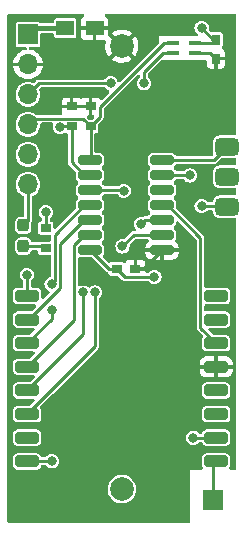
<source format=gbr>
%TF.GenerationSoftware,KiCad,Pcbnew,(6.0.5)*%
%TF.CreationDate,2022-05-20T14:29:48+02:00*%
%TF.ProjectId,LoraTrigger,4c6f7261-5472-4696-9767-65722e6b6963,rev?*%
%TF.SameCoordinates,Original*%
%TF.FileFunction,Copper,L1,Top*%
%TF.FilePolarity,Positive*%
%FSLAX46Y46*%
G04 Gerber Fmt 4.6, Leading zero omitted, Abs format (unit mm)*
G04 Created by KiCad (PCBNEW (6.0.5)) date 2022-05-20 14:29:48*
%MOMM*%
%LPD*%
G01*
G04 APERTURE LIST*
G04 Aperture macros list*
%AMRoundRect*
0 Rectangle with rounded corners*
0 $1 Rounding radius*
0 $2 $3 $4 $5 $6 $7 $8 $9 X,Y pos of 4 corners*
0 Add a 4 corners polygon primitive as box body*
4,1,4,$2,$3,$4,$5,$6,$7,$8,$9,$2,$3,0*
0 Add four circle primitives for the rounded corners*
1,1,$1+$1,$2,$3*
1,1,$1+$1,$4,$5*
1,1,$1+$1,$6,$7*
1,1,$1+$1,$8,$9*
0 Add four rect primitives between the rounded corners*
20,1,$1+$1,$2,$3,$4,$5,0*
20,1,$1+$1,$4,$5,$6,$7,0*
20,1,$1+$1,$6,$7,$8,$9,0*
20,1,$1+$1,$8,$9,$2,$3,0*%
G04 Aperture macros list end*
%TA.AperFunction,SMDPad,CuDef*%
%ADD10RoundRect,0.237500X0.237500X-0.287500X0.237500X0.287500X-0.237500X0.287500X-0.237500X-0.287500X0*%
%TD*%
%TA.AperFunction,ComponentPad*%
%ADD11R,1.700000X1.700000*%
%TD*%
%TA.AperFunction,ConnectorPad*%
%ADD12RoundRect,0.375000X0.625000X-0.375000X0.625000X0.375000X-0.625000X0.375000X-0.625000X-0.375000X0*%
%TD*%
%TA.AperFunction,SMDPad,CuDef*%
%ADD13RoundRect,0.250000X-0.750000X-0.250000X0.750000X-0.250000X0.750000X0.250000X-0.750000X0.250000X0*%
%TD*%
%TA.AperFunction,ComponentPad*%
%ADD14C,2.000000*%
%TD*%
%TA.AperFunction,SMDPad,CuDef*%
%ADD15R,0.900000X0.750000*%
%TD*%
%TA.AperFunction,SMDPad,CuDef*%
%ADD16R,0.900000X0.700000*%
%TD*%
%TA.AperFunction,SMDPad,CuDef*%
%ADD17R,1.500000X1.250000*%
%TD*%
%TA.AperFunction,SMDPad,CuDef*%
%ADD18RoundRect,0.200000X0.800000X0.200000X-0.800000X0.200000X-0.800000X-0.200000X0.800000X-0.200000X0*%
%TD*%
%TA.AperFunction,SMDPad,CuDef*%
%ADD19R,0.750000X0.900000*%
%TD*%
%TA.AperFunction,ComponentPad*%
%ADD20O,1.700000X1.700000*%
%TD*%
%TA.AperFunction,SMDPad,CuDef*%
%ADD21R,1.100000X0.300000*%
%TD*%
%TA.AperFunction,ViaPad*%
%ADD22C,0.800000*%
%TD*%
%TA.AperFunction,Conductor*%
%ADD23C,0.250000*%
%TD*%
%TA.AperFunction,Conductor*%
%ADD24C,0.400000*%
%TD*%
G04 APERTURE END LIST*
D10*
X100100000Y-58975000D03*
X100100000Y-57225000D03*
D11*
X116205000Y-80518000D03*
D12*
X117351000Y-55640000D03*
X117351000Y-53100000D03*
X117351000Y-50560000D03*
D13*
X116426000Y-75200000D03*
X100426000Y-77200000D03*
X100426000Y-63200000D03*
X100426000Y-65200000D03*
X100426000Y-67200000D03*
X100426000Y-69200000D03*
X100426000Y-71200000D03*
X100426000Y-73200000D03*
X116426000Y-67200000D03*
X116426000Y-65200000D03*
X116426000Y-63200000D03*
X116426000Y-73200000D03*
X116426000Y-71200000D03*
X100426000Y-75200000D03*
X116426000Y-77200000D03*
X116426000Y-69200000D03*
D14*
X108450000Y-42050000D03*
X108450000Y-79550000D03*
D15*
X109600000Y-60900000D03*
X108000000Y-60900000D03*
D16*
X102000000Y-59150000D03*
X102000000Y-57450000D03*
X104200000Y-47150000D03*
X104200000Y-48850000D03*
X105800000Y-47150000D03*
X105800000Y-48850000D03*
D17*
X106150000Y-40525000D03*
X103650000Y-40525000D03*
D18*
X111848000Y-59315000D03*
X111848000Y-58045000D03*
X111848000Y-56775000D03*
X111848000Y-55505000D03*
X111848000Y-54235000D03*
X111848000Y-52965000D03*
X111848000Y-51695000D03*
X105752000Y-51695000D03*
X105752000Y-52965000D03*
X105752000Y-54235000D03*
X105752000Y-55505000D03*
X105752000Y-56775000D03*
X105752000Y-58045000D03*
X105752000Y-59315000D03*
D19*
X116400000Y-43100000D03*
X116400000Y-41500000D03*
D11*
X100500000Y-41050000D03*
D20*
X100500000Y-43590000D03*
X100500000Y-46130000D03*
X100500000Y-48670000D03*
X100500000Y-51210000D03*
X100500000Y-53750000D03*
D21*
X112800000Y-41800000D03*
X112800000Y-42600000D03*
X114600000Y-42600000D03*
X114600000Y-41800000D03*
D22*
X106200000Y-62900000D03*
X110100000Y-57100000D03*
X105200000Y-62900000D03*
X108500000Y-59000000D03*
X102500000Y-64400000D03*
X102500000Y-62200000D03*
X102500000Y-77200000D03*
X102000000Y-56100000D03*
X114500000Y-75200000D03*
X111200000Y-61600000D03*
X115200000Y-40500000D03*
X100400000Y-61400000D03*
X111900000Y-48900000D03*
X115500000Y-56900000D03*
X103300000Y-79600000D03*
X103200000Y-48900000D03*
X107500000Y-45200000D03*
X110300000Y-45200000D03*
X114200000Y-53000000D03*
X108600000Y-54300000D03*
X115200000Y-55600000D03*
D23*
X110425000Y-56775000D02*
X110100000Y-57100000D01*
X111848000Y-56775000D02*
X110425000Y-56775000D01*
X106200000Y-62900000D02*
X106200000Y-67426000D01*
X106200000Y-67426000D02*
X100426000Y-73200000D01*
X109455000Y-58045000D02*
X108500000Y-59000000D01*
X105200000Y-66426000D02*
X100426000Y-71200000D01*
X111848000Y-58045000D02*
X109455000Y-58045000D01*
X105200000Y-62900000D02*
X105200000Y-66426000D01*
X105280217Y-58045000D02*
X104427480Y-58897737D01*
X105752000Y-58045000D02*
X105280217Y-58045000D01*
X104427480Y-58897737D02*
X104427480Y-65198520D01*
X104427480Y-65198520D02*
X100426000Y-69200000D01*
X102774511Y-58010706D02*
X102774511Y-61925489D01*
X102500000Y-65126000D02*
X100426000Y-67200000D01*
X102774511Y-61925489D02*
X102500000Y-62200000D01*
X105752000Y-55505000D02*
X105280217Y-55505000D01*
X105280217Y-55505000D02*
X102774511Y-58010706D01*
X102500000Y-64400000D02*
X102500000Y-65126000D01*
X105280217Y-56775000D02*
X103224501Y-58830716D01*
X105752000Y-56775000D02*
X105280217Y-56775000D01*
X103224501Y-58830716D02*
X103224501Y-62500099D01*
X103224501Y-62500099D02*
X100524600Y-65200000D01*
X100524600Y-65200000D02*
X100426000Y-65200000D01*
X115101480Y-65875480D02*
X116426000Y-67200000D01*
X112319783Y-55505000D02*
X115101480Y-58286697D01*
X111848000Y-55505000D02*
X112319783Y-55505000D01*
X115101480Y-58286697D02*
X115101480Y-65875480D01*
X100426000Y-61426000D02*
X100400000Y-61400000D01*
X116200000Y-41500000D02*
X115200000Y-40500000D01*
X108000000Y-60900000D02*
X108700000Y-61600000D01*
X101025000Y-40525000D02*
X100500000Y-41050000D01*
X114600000Y-41800000D02*
X116100000Y-41800000D01*
X107337000Y-60900000D02*
X105752000Y-59315000D01*
X116400000Y-41500000D02*
X116200000Y-41500000D01*
D24*
X103650000Y-40525000D02*
X101025000Y-40525000D01*
D23*
X116100000Y-41800000D02*
X116400000Y-41500000D01*
X102000000Y-57450000D02*
X102000000Y-56100000D01*
X108000000Y-60900000D02*
X107337000Y-60900000D01*
X116426000Y-75200000D02*
X114500000Y-75200000D01*
X100426000Y-63200000D02*
X100426000Y-61426000D01*
X100426000Y-77200000D02*
X102500000Y-77200000D01*
X108700000Y-61600000D02*
X111200000Y-61600000D01*
X110263000Y-60900000D02*
X111848000Y-59315000D01*
X115900000Y-42600000D02*
X116400000Y-43100000D01*
X109600000Y-60900000D02*
X110263000Y-60900000D01*
X114600000Y-42600000D02*
X115900000Y-42600000D01*
X105752000Y-51695000D02*
X105800000Y-51647000D01*
X105125489Y-48175489D02*
X100994511Y-48175489D01*
X112000000Y-41800000D02*
X112800000Y-41800000D01*
X106574511Y-47225489D02*
X112000000Y-41800000D01*
X105800000Y-48850000D02*
X105125489Y-48175489D01*
X105800000Y-51647000D02*
X105800000Y-48850000D01*
X100994511Y-48175489D02*
X100500000Y-48670000D01*
X106574511Y-48075489D02*
X106574511Y-47225489D01*
X105800000Y-48850000D02*
X106574511Y-48075489D01*
X100500000Y-46130000D02*
X101430000Y-45200000D01*
X104200000Y-48850000D02*
X103050000Y-48850000D01*
X110300000Y-45200000D02*
X110300000Y-44200000D01*
X110300000Y-44200000D02*
X111900000Y-42600000D01*
X101430000Y-45200000D02*
X107500000Y-45200000D01*
X105752000Y-52965000D02*
X105280217Y-52965000D01*
X111900000Y-42600000D02*
X112800000Y-42600000D01*
X105280217Y-52965000D02*
X104200000Y-51884783D01*
X103050000Y-48850000D02*
X103000000Y-48900000D01*
X104200000Y-51884783D02*
X104200000Y-48850000D01*
X100100000Y-58975000D02*
X101825000Y-58975000D01*
X101825000Y-58975000D02*
X102000000Y-59150000D01*
X116205000Y-77421000D02*
X116205000Y-80518000D01*
X116426000Y-77200000D02*
X116205000Y-77421000D01*
X116216000Y-51695000D02*
X117351000Y-50560000D01*
X111848000Y-51695000D02*
X116216000Y-51695000D01*
X114165000Y-52965000D02*
X114200000Y-53000000D01*
X111848000Y-52965000D02*
X114165000Y-52965000D01*
X108535000Y-54235000D02*
X108600000Y-54300000D01*
X115200000Y-55600000D02*
X117311000Y-55600000D01*
X117311000Y-55600000D02*
X117351000Y-55640000D01*
X105752000Y-54235000D02*
X108535000Y-54235000D01*
X100500000Y-56825000D02*
X100500000Y-53750000D01*
X100100000Y-57225000D02*
X100500000Y-56825000D01*
%TA.AperFunction,Conductor*%
G36*
X105207399Y-39336502D02*
G01*
X105253892Y-39390158D01*
X105263996Y-39460432D01*
X105234502Y-39525012D01*
X105196481Y-39554767D01*
X105170788Y-39567859D01*
X105154944Y-39579370D01*
X105079370Y-39654944D01*
X105067859Y-39670787D01*
X105019336Y-39766018D01*
X105013284Y-39784645D01*
X105000775Y-39863627D01*
X105000000Y-39873473D01*
X105000000Y-40356885D01*
X105004475Y-40372124D01*
X105005865Y-40373329D01*
X105013548Y-40375000D01*
X107281884Y-40375000D01*
X107297123Y-40370525D01*
X107298328Y-40369135D01*
X107299999Y-40361452D01*
X107299999Y-39873475D01*
X107299224Y-39863626D01*
X107286717Y-39784649D01*
X107280662Y-39766014D01*
X107232141Y-39670787D01*
X107220630Y-39654944D01*
X107145056Y-39579370D01*
X107129212Y-39567859D01*
X107103519Y-39554767D01*
X107051904Y-39506018D01*
X107034838Y-39437103D01*
X107057739Y-39369902D01*
X107113337Y-39325750D01*
X107160722Y-39316500D01*
X118023500Y-39316500D01*
X118091621Y-39336502D01*
X118138114Y-39390158D01*
X118149500Y-39442500D01*
X118149500Y-49484141D01*
X118129498Y-49552262D01*
X118075842Y-49598755D01*
X118015793Y-49609773D01*
X118013720Y-49609500D01*
X116688280Y-49609500D01*
X116575764Y-49624313D01*
X116435767Y-49682302D01*
X116315549Y-49774549D01*
X116223302Y-49894767D01*
X116165313Y-50034764D01*
X116150500Y-50147280D01*
X116150500Y-50972720D01*
X116165313Y-51085236D01*
X116168473Y-51092864D01*
X116168474Y-51092869D01*
X116191710Y-51148966D01*
X116199299Y-51219555D01*
X116164396Y-51286278D01*
X116118079Y-51332595D01*
X116055767Y-51366621D01*
X116028984Y-51369500D01*
X113110759Y-51369500D01*
X113042638Y-51349498D01*
X112998492Y-51300703D01*
X112980550Y-51265490D01*
X112976050Y-51256658D01*
X112886342Y-51166950D01*
X112773304Y-51109354D01*
X112763515Y-51107804D01*
X112763513Y-51107803D01*
X112736151Y-51103470D01*
X112679519Y-51094500D01*
X111848168Y-51094500D01*
X111016482Y-51094501D01*
X111011589Y-51095276D01*
X111011588Y-51095276D01*
X110932494Y-51107802D01*
X110932492Y-51107803D01*
X110922696Y-51109354D01*
X110809658Y-51166950D01*
X110719950Y-51256658D01*
X110662354Y-51369696D01*
X110660804Y-51379485D01*
X110660803Y-51379487D01*
X110657467Y-51400553D01*
X110647500Y-51463481D01*
X110647501Y-51926518D01*
X110648276Y-51931409D01*
X110648276Y-51931412D01*
X110660789Y-52010420D01*
X110662354Y-52020304D01*
X110666855Y-52029137D01*
X110666857Y-52029142D01*
X110678451Y-52051895D01*
X110719950Y-52133342D01*
X110809658Y-52223050D01*
X110818493Y-52227552D01*
X110819201Y-52228066D01*
X110862553Y-52284289D01*
X110868627Y-52355026D01*
X110835493Y-52417816D01*
X110819201Y-52431934D01*
X110818493Y-52432448D01*
X110809658Y-52436950D01*
X110719950Y-52526658D01*
X110662354Y-52639696D01*
X110647500Y-52733481D01*
X110647501Y-53196518D01*
X110662354Y-53290304D01*
X110666855Y-53299137D01*
X110666857Y-53299142D01*
X110672080Y-53309392D01*
X110719950Y-53403342D01*
X110809658Y-53493050D01*
X110818493Y-53497552D01*
X110819201Y-53498066D01*
X110862553Y-53554289D01*
X110868627Y-53625026D01*
X110835493Y-53687816D01*
X110819201Y-53701934D01*
X110818493Y-53702448D01*
X110809658Y-53706950D01*
X110719950Y-53796658D01*
X110662354Y-53909696D01*
X110660804Y-53919485D01*
X110660803Y-53919487D01*
X110657467Y-53940553D01*
X110647500Y-54003481D01*
X110647501Y-54466518D01*
X110662354Y-54560304D01*
X110666855Y-54569137D01*
X110666857Y-54569142D01*
X110672645Y-54580502D01*
X110719950Y-54673342D01*
X110809658Y-54763050D01*
X110818493Y-54767552D01*
X110819201Y-54768066D01*
X110862553Y-54824289D01*
X110868627Y-54895026D01*
X110835493Y-54957816D01*
X110819201Y-54971934D01*
X110818493Y-54972448D01*
X110809658Y-54976950D01*
X110719950Y-55066658D01*
X110662354Y-55179696D01*
X110647500Y-55273481D01*
X110647501Y-55736518D01*
X110662354Y-55830304D01*
X110719950Y-55943342D01*
X110809658Y-56033050D01*
X110818493Y-56037552D01*
X110819201Y-56038066D01*
X110862553Y-56094289D01*
X110868627Y-56165026D01*
X110835493Y-56227816D01*
X110819201Y-56241934D01*
X110818493Y-56242448D01*
X110809658Y-56246950D01*
X110719950Y-56336658D01*
X110715450Y-56345490D01*
X110697508Y-56380703D01*
X110648760Y-56432318D01*
X110585241Y-56449500D01*
X110444698Y-56449500D01*
X110433716Y-56449020D01*
X110407180Y-56446698D01*
X110407178Y-56446698D01*
X110396193Y-56445737D01*
X110385543Y-56448591D01*
X110385541Y-56448591D01*
X110359804Y-56455488D01*
X110349069Y-56457868D01*
X110341508Y-56459201D01*
X110311955Y-56464412D01*
X110302407Y-56469924D01*
X110299130Y-56471117D01*
X110295962Y-56472594D01*
X110285316Y-56475447D01*
X110276287Y-56481769D01*
X110273439Y-56483763D01*
X110268279Y-56485503D01*
X110266298Y-56486427D01*
X110266195Y-56486206D01*
X110206165Y-56506451D01*
X110184723Y-56505472D01*
X110108189Y-56495396D01*
X110108188Y-56495396D01*
X110100000Y-56494318D01*
X110044110Y-56501676D01*
X109960610Y-56512669D01*
X109943238Y-56514956D01*
X109797159Y-56575464D01*
X109671718Y-56671718D01*
X109575464Y-56797159D01*
X109514956Y-56943238D01*
X109513878Y-56951426D01*
X109512133Y-56964684D01*
X109494318Y-57100000D01*
X109514956Y-57256762D01*
X109575464Y-57402841D01*
X109580492Y-57409394D01*
X109580494Y-57409397D01*
X109662904Y-57516796D01*
X109688505Y-57583016D01*
X109674240Y-57652565D01*
X109624639Y-57703361D01*
X109562942Y-57719500D01*
X109474710Y-57719500D01*
X109463728Y-57719020D01*
X109437180Y-57716697D01*
X109437178Y-57716697D01*
X109426193Y-57715736D01*
X109389785Y-57725492D01*
X109379058Y-57727870D01*
X109375699Y-57728462D01*
X109341955Y-57734412D01*
X109332410Y-57739923D01*
X109329134Y-57741115D01*
X109325966Y-57742592D01*
X109315316Y-57745446D01*
X109306285Y-57751770D01*
X109284456Y-57767055D01*
X109275185Y-57772961D01*
X109252094Y-57786293D01*
X109242545Y-57791806D01*
X109235459Y-57800251D01*
X109218315Y-57820682D01*
X109210889Y-57828785D01*
X108672383Y-58367291D01*
X108610071Y-58401317D01*
X108566843Y-58403118D01*
X108500000Y-58394318D01*
X108343238Y-58414956D01*
X108197159Y-58475464D01*
X108171856Y-58494880D01*
X108080149Y-58565249D01*
X108071718Y-58571718D01*
X107975464Y-58697159D01*
X107914956Y-58843238D01*
X107894318Y-59000000D01*
X107914956Y-59156762D01*
X107975464Y-59302841D01*
X108071718Y-59428282D01*
X108197159Y-59524536D01*
X108343238Y-59585044D01*
X108500000Y-59605682D01*
X108508188Y-59604604D01*
X108648574Y-59586122D01*
X108656762Y-59585044D01*
X108740885Y-59550199D01*
X110448001Y-59550199D01*
X110448539Y-59558411D01*
X110462366Y-59663444D01*
X110466604Y-59679259D01*
X110520741Y-59809959D01*
X110528930Y-59824142D01*
X110615046Y-59936372D01*
X110626626Y-59947952D01*
X110738861Y-60034072D01*
X110753042Y-60042259D01*
X110883739Y-60096396D01*
X110899558Y-60100634D01*
X111004590Y-60114462D01*
X111012799Y-60115000D01*
X111679885Y-60115000D01*
X111695124Y-60110525D01*
X111696329Y-60109135D01*
X111698000Y-60101452D01*
X111698000Y-60096884D01*
X111998000Y-60096884D01*
X112002475Y-60112123D01*
X112003865Y-60113328D01*
X112011548Y-60114999D01*
X112683199Y-60114999D01*
X112691411Y-60114461D01*
X112796444Y-60100634D01*
X112812259Y-60096396D01*
X112942959Y-60042259D01*
X112957142Y-60034070D01*
X113069372Y-59947954D01*
X113080952Y-59936374D01*
X113167072Y-59824139D01*
X113175259Y-59809958D01*
X113229396Y-59679261D01*
X113233634Y-59663442D01*
X113247462Y-59558410D01*
X113248000Y-59550201D01*
X113248000Y-59483115D01*
X113243525Y-59467876D01*
X113242135Y-59466671D01*
X113234452Y-59465000D01*
X112016115Y-59465000D01*
X112000876Y-59469475D01*
X111999671Y-59470865D01*
X111998000Y-59478548D01*
X111998000Y-60096884D01*
X111698000Y-60096884D01*
X111698000Y-59483115D01*
X111693525Y-59467876D01*
X111692135Y-59466671D01*
X111684452Y-59465000D01*
X110466116Y-59465000D01*
X110450877Y-59469475D01*
X110449672Y-59470865D01*
X110448001Y-59478548D01*
X110448001Y-59550199D01*
X108740885Y-59550199D01*
X108802841Y-59524536D01*
X108928282Y-59428282D01*
X109024536Y-59302841D01*
X109085044Y-59156762D01*
X109105682Y-59000000D01*
X109096882Y-58933157D01*
X109107821Y-58863010D01*
X109132709Y-58827617D01*
X109552921Y-58407405D01*
X109615233Y-58373379D01*
X109642016Y-58370500D01*
X110585241Y-58370500D01*
X110653362Y-58390502D01*
X110697508Y-58439298D01*
X110718931Y-58481344D01*
X110732035Y-58551121D01*
X110705334Y-58616906D01*
X110683369Y-58638508D01*
X110626625Y-58682050D01*
X110615048Y-58693626D01*
X110528928Y-58805861D01*
X110520741Y-58820042D01*
X110466604Y-58950739D01*
X110462366Y-58966558D01*
X110448538Y-59071590D01*
X110448000Y-59079799D01*
X110448000Y-59146885D01*
X110452475Y-59162124D01*
X110453865Y-59163329D01*
X110461548Y-59165000D01*
X113229884Y-59165000D01*
X113245123Y-59160525D01*
X113246328Y-59159135D01*
X113247999Y-59151452D01*
X113247999Y-59079801D01*
X113247461Y-59071589D01*
X113233634Y-58966556D01*
X113229396Y-58950741D01*
X113175259Y-58820041D01*
X113167070Y-58805858D01*
X113080954Y-58693628D01*
X113069374Y-58682048D01*
X113012632Y-58638509D01*
X112970765Y-58581171D01*
X112966543Y-58510300D01*
X112977069Y-58481343D01*
X113021410Y-58394318D01*
X113033646Y-58370304D01*
X113048500Y-58276519D01*
X113048499Y-57813482D01*
X113042082Y-57772961D01*
X113035198Y-57729494D01*
X113035197Y-57729492D01*
X113033646Y-57719696D01*
X113026506Y-57705682D01*
X112985159Y-57624536D01*
X112976050Y-57606658D01*
X112886342Y-57516950D01*
X112877507Y-57512448D01*
X112876799Y-57511934D01*
X112833447Y-57455711D01*
X112827373Y-57384974D01*
X112860507Y-57322184D01*
X112876799Y-57308066D01*
X112877507Y-57307552D01*
X112886342Y-57303050D01*
X112976050Y-57213342D01*
X113033646Y-57100304D01*
X113048500Y-57006519D01*
X113048500Y-56998233D01*
X113048858Y-56997013D01*
X113048888Y-56996635D01*
X113048967Y-56996641D01*
X113068502Y-56930112D01*
X113122158Y-56883619D01*
X113192432Y-56873515D01*
X113257012Y-56903009D01*
X113263595Y-56909138D01*
X114739075Y-58384618D01*
X114773101Y-58446930D01*
X114775980Y-58473713D01*
X114775980Y-65855770D01*
X114775500Y-65866752D01*
X114772216Y-65904287D01*
X114775070Y-65914936D01*
X114781971Y-65940690D01*
X114784350Y-65951422D01*
X114790892Y-65988525D01*
X114796403Y-65998070D01*
X114797595Y-66001346D01*
X114799072Y-66004514D01*
X114801926Y-66015164D01*
X114808250Y-66024195D01*
X114823535Y-66046024D01*
X114829441Y-66055295D01*
X114842773Y-66078386D01*
X114848286Y-66087935D01*
X114856731Y-66095021D01*
X114877162Y-66112165D01*
X114885265Y-66119591D01*
X115294002Y-66528328D01*
X115328028Y-66590640D01*
X115322963Y-66661455D01*
X115306259Y-66692281D01*
X115278961Y-66729240D01*
X115278959Y-66729244D01*
X115273366Y-66736816D01*
X115228481Y-66864631D01*
X115225500Y-66896166D01*
X115225500Y-67503834D01*
X115228481Y-67535369D01*
X115273366Y-67663184D01*
X115278958Y-67670754D01*
X115278959Y-67670757D01*
X115341335Y-67755206D01*
X115353850Y-67772150D01*
X115361421Y-67777742D01*
X115455243Y-67847041D01*
X115455246Y-67847042D01*
X115462816Y-67852634D01*
X115590631Y-67897519D01*
X115598277Y-67898242D01*
X115598278Y-67898242D01*
X115604248Y-67898806D01*
X115622166Y-67900500D01*
X117229834Y-67900500D01*
X117247752Y-67898806D01*
X117253722Y-67898242D01*
X117253723Y-67898242D01*
X117261369Y-67897519D01*
X117389184Y-67852634D01*
X117396754Y-67847042D01*
X117396757Y-67847041D01*
X117490579Y-67777742D01*
X117498150Y-67772150D01*
X117510665Y-67755206D01*
X117573041Y-67670757D01*
X117573042Y-67670754D01*
X117578634Y-67663184D01*
X117623519Y-67535369D01*
X117626500Y-67503834D01*
X117626500Y-66896166D01*
X117623519Y-66864631D01*
X117578634Y-66736816D01*
X117573042Y-66729246D01*
X117573041Y-66729243D01*
X117503742Y-66635421D01*
X117498150Y-66627850D01*
X117461871Y-66601054D01*
X117396757Y-66552959D01*
X117396754Y-66552958D01*
X117389184Y-66547366D01*
X117261369Y-66502481D01*
X117253723Y-66501758D01*
X117253722Y-66501758D01*
X117247752Y-66501194D01*
X117229834Y-66499500D01*
X116238016Y-66499500D01*
X116169895Y-66479498D01*
X116148921Y-66462595D01*
X115801921Y-66115595D01*
X115767895Y-66053283D01*
X115772960Y-65982468D01*
X115815507Y-65925632D01*
X115882027Y-65900821D01*
X115891016Y-65900500D01*
X117229834Y-65900500D01*
X117247752Y-65898806D01*
X117253722Y-65898242D01*
X117253723Y-65898242D01*
X117261369Y-65897519D01*
X117389184Y-65852634D01*
X117396754Y-65847042D01*
X117396757Y-65847041D01*
X117490579Y-65777742D01*
X117498150Y-65772150D01*
X117510665Y-65755206D01*
X117573041Y-65670757D01*
X117573042Y-65670754D01*
X117578634Y-65663184D01*
X117623519Y-65535369D01*
X117626500Y-65503834D01*
X117626500Y-64896166D01*
X117623519Y-64864631D01*
X117578634Y-64736816D01*
X117573042Y-64729246D01*
X117573041Y-64729243D01*
X117503742Y-64635421D01*
X117498150Y-64627850D01*
X117481206Y-64615335D01*
X117396757Y-64552959D01*
X117396754Y-64552958D01*
X117389184Y-64547366D01*
X117261369Y-64502481D01*
X117253723Y-64501758D01*
X117253722Y-64501758D01*
X117247752Y-64501194D01*
X117229834Y-64499500D01*
X115622166Y-64499500D01*
X115608635Y-64500779D01*
X115598276Y-64501758D01*
X115598273Y-64501759D01*
X115590631Y-64502481D01*
X115583387Y-64505025D01*
X115579982Y-64505772D01*
X115509158Y-64500833D01*
X115452246Y-64458387D01*
X115427317Y-64391911D01*
X115426980Y-64382699D01*
X115426980Y-64017301D01*
X115446982Y-63949180D01*
X115500638Y-63902687D01*
X115570912Y-63892583D01*
X115579982Y-63894228D01*
X115583387Y-63894975D01*
X115590631Y-63897519D01*
X115598273Y-63898241D01*
X115598276Y-63898242D01*
X115608635Y-63899221D01*
X115622166Y-63900500D01*
X117229834Y-63900500D01*
X117247752Y-63898806D01*
X117253722Y-63898242D01*
X117253723Y-63898242D01*
X117261369Y-63897519D01*
X117389184Y-63852634D01*
X117396754Y-63847042D01*
X117396757Y-63847041D01*
X117490579Y-63777742D01*
X117498150Y-63772150D01*
X117531838Y-63726541D01*
X117573041Y-63670757D01*
X117573042Y-63670754D01*
X117578634Y-63663184D01*
X117623519Y-63535369D01*
X117626500Y-63503834D01*
X117626500Y-62896166D01*
X117623519Y-62864631D01*
X117578634Y-62736816D01*
X117573042Y-62729246D01*
X117573041Y-62729243D01*
X117503742Y-62635421D01*
X117498150Y-62627850D01*
X117413477Y-62565309D01*
X117396757Y-62552959D01*
X117396754Y-62552958D01*
X117389184Y-62547366D01*
X117261369Y-62502481D01*
X117253723Y-62501758D01*
X117253722Y-62501758D01*
X117247752Y-62501194D01*
X117229834Y-62499500D01*
X115622166Y-62499500D01*
X115608635Y-62500779D01*
X115598276Y-62501758D01*
X115598273Y-62501759D01*
X115590631Y-62502481D01*
X115583387Y-62505025D01*
X115579982Y-62505772D01*
X115509158Y-62500833D01*
X115452246Y-62458387D01*
X115427317Y-62391911D01*
X115426980Y-62382699D01*
X115426980Y-58306407D01*
X115427460Y-58295425D01*
X115429783Y-58268877D01*
X115429783Y-58268875D01*
X115430744Y-58257890D01*
X115420988Y-58221482D01*
X115418610Y-58210755D01*
X115418018Y-58207396D01*
X115412068Y-58173652D01*
X115406557Y-58164107D01*
X115405365Y-58160831D01*
X115403888Y-58157663D01*
X115401034Y-58147013D01*
X115379425Y-58116153D01*
X115373519Y-58106882D01*
X115360187Y-58083791D01*
X115354674Y-58074242D01*
X115325797Y-58050012D01*
X115317695Y-58042586D01*
X113085405Y-55810296D01*
X113051379Y-55747984D01*
X113048500Y-55721201D01*
X113048499Y-55278437D01*
X113048499Y-55273482D01*
X113047724Y-55268588D01*
X113035198Y-55189494D01*
X113035197Y-55189492D01*
X113033646Y-55179696D01*
X112976050Y-55066658D01*
X112886342Y-54976950D01*
X112877507Y-54972448D01*
X112876799Y-54971934D01*
X112833447Y-54915711D01*
X112827373Y-54844974D01*
X112860507Y-54782184D01*
X112876799Y-54768066D01*
X112877507Y-54767552D01*
X112886342Y-54763050D01*
X112976050Y-54673342D01*
X113033646Y-54560304D01*
X113048500Y-54466519D01*
X113048499Y-54003482D01*
X113033646Y-53909696D01*
X113021293Y-53885451D01*
X112998492Y-53840703D01*
X112976050Y-53796658D01*
X112886342Y-53706950D01*
X112877507Y-53702448D01*
X112876799Y-53701934D01*
X112833447Y-53645711D01*
X112827373Y-53574974D01*
X112860507Y-53512184D01*
X112876799Y-53498066D01*
X112877507Y-53497552D01*
X112886342Y-53493050D01*
X112976050Y-53403342D01*
X112998492Y-53359297D01*
X113047240Y-53307682D01*
X113110759Y-53290500D01*
X113603857Y-53290500D01*
X113671978Y-53310502D01*
X113703819Y-53339796D01*
X113766691Y-53421732D01*
X113766695Y-53421736D01*
X113771718Y-53428282D01*
X113897159Y-53524536D01*
X114043238Y-53585044D01*
X114200000Y-53605682D01*
X114208188Y-53604604D01*
X114348574Y-53586122D01*
X114356762Y-53585044D01*
X114502841Y-53524536D01*
X114628282Y-53428282D01*
X114724536Y-53302841D01*
X114785044Y-53156762D01*
X114805682Y-53000000D01*
X114785044Y-52843238D01*
X114724536Y-52697159D01*
X114628282Y-52571718D01*
X114502841Y-52475464D01*
X114356762Y-52414956D01*
X114200000Y-52394318D01*
X114043238Y-52414956D01*
X113897159Y-52475464D01*
X113771718Y-52571718D01*
X113757532Y-52590206D01*
X113700195Y-52632072D01*
X113657571Y-52639500D01*
X113110759Y-52639500D01*
X113042638Y-52619498D01*
X112998492Y-52570703D01*
X112980550Y-52535490D01*
X112976050Y-52526658D01*
X112886342Y-52436950D01*
X112877507Y-52432448D01*
X112876799Y-52431934D01*
X112833447Y-52375711D01*
X112827373Y-52304974D01*
X112860507Y-52242184D01*
X112876799Y-52228066D01*
X112877507Y-52227552D01*
X112886342Y-52223050D01*
X112976050Y-52133342D01*
X112998492Y-52089297D01*
X113047240Y-52037682D01*
X113110759Y-52020500D01*
X116196290Y-52020500D01*
X116207272Y-52020980D01*
X116233820Y-52023303D01*
X116233822Y-52023303D01*
X116244807Y-52024264D01*
X116281215Y-52014508D01*
X116291943Y-52012130D01*
X116327203Y-52005913D01*
X116357662Y-52009310D01*
X116378999Y-51978578D01*
X116385786Y-51973476D01*
X116386540Y-51972948D01*
X116395815Y-51967039D01*
X116418910Y-51953705D01*
X116418911Y-51953704D01*
X116428455Y-51948194D01*
X116452680Y-51919325D01*
X116460103Y-51911224D01*
X116823921Y-51547405D01*
X116886234Y-51513380D01*
X116913017Y-51510500D01*
X118013720Y-51510500D01*
X118015733Y-51510235D01*
X118084542Y-51525633D01*
X118134445Y-51576133D01*
X118149500Y-51635859D01*
X118149500Y-52024141D01*
X118129498Y-52092262D01*
X118075842Y-52138755D01*
X118015793Y-52149773D01*
X118013720Y-52149500D01*
X116688280Y-52149500D01*
X116575764Y-52164313D01*
X116506278Y-52193095D01*
X116453590Y-52198760D01*
X116425787Y-52229960D01*
X116315549Y-52314549D01*
X116223302Y-52434767D01*
X116165313Y-52574764D01*
X116164235Y-52582952D01*
X116155476Y-52649487D01*
X116150500Y-52687280D01*
X116150500Y-53512720D01*
X116165313Y-53625236D01*
X116223302Y-53765233D01*
X116315549Y-53885451D01*
X116435767Y-53977698D01*
X116575764Y-54035687D01*
X116688280Y-54050500D01*
X118013720Y-54050500D01*
X118015733Y-54050235D01*
X118084542Y-54065633D01*
X118134445Y-54116133D01*
X118149500Y-54175859D01*
X118149500Y-54564141D01*
X118129498Y-54632262D01*
X118075842Y-54678755D01*
X118015793Y-54689773D01*
X118013720Y-54689500D01*
X116688280Y-54689500D01*
X116575764Y-54704313D01*
X116435767Y-54762302D01*
X116315549Y-54854549D01*
X116223302Y-54974767D01*
X116165313Y-55114764D01*
X116164235Y-55122952D01*
X116158706Y-55164947D01*
X116129983Y-55229874D01*
X116070717Y-55268965D01*
X116033784Y-55274500D01*
X115769286Y-55274500D01*
X115701165Y-55254498D01*
X115669323Y-55225204D01*
X115633305Y-55178264D01*
X115628282Y-55171718D01*
X115502841Y-55075464D01*
X115356762Y-55014956D01*
X115200000Y-54994318D01*
X115043238Y-55014956D01*
X114897159Y-55075464D01*
X114771718Y-55171718D01*
X114675464Y-55297159D01*
X114614956Y-55443238D01*
X114594318Y-55600000D01*
X114595396Y-55608188D01*
X114611639Y-55731563D01*
X114614956Y-55756762D01*
X114675464Y-55902841D01*
X114771718Y-56028282D01*
X114897159Y-56124536D01*
X115043238Y-56185044D01*
X115200000Y-56205682D01*
X115208188Y-56204604D01*
X115348574Y-56186122D01*
X115356762Y-56185044D01*
X115502841Y-56124536D01*
X115628282Y-56028282D01*
X115669323Y-55974796D01*
X115726661Y-55932929D01*
X115769286Y-55925500D01*
X116024500Y-55925500D01*
X116092621Y-55945502D01*
X116139114Y-55999158D01*
X116148990Y-56044560D01*
X116150230Y-56044479D01*
X116150500Y-56048599D01*
X116150500Y-56052720D01*
X116151038Y-56056806D01*
X116151038Y-56056807D01*
X116157448Y-56105499D01*
X116165313Y-56165236D01*
X116223302Y-56305233D01*
X116315549Y-56425451D01*
X116435767Y-56517698D01*
X116575764Y-56575687D01*
X116688280Y-56590500D01*
X118013720Y-56590500D01*
X118015733Y-56590235D01*
X118084542Y-56605633D01*
X118134445Y-56656133D01*
X118149500Y-56715859D01*
X118149500Y-77774000D01*
X118129498Y-77842121D01*
X118075842Y-77888614D01*
X118023500Y-77900000D01*
X117653427Y-77900000D01*
X117585306Y-77879998D01*
X117538813Y-77826342D01*
X117528709Y-77756068D01*
X117552076Y-77699140D01*
X117573041Y-77670757D01*
X117573042Y-77670754D01*
X117578634Y-77663184D01*
X117623519Y-77535369D01*
X117626500Y-77503834D01*
X117626500Y-76896166D01*
X117623519Y-76864631D01*
X117578634Y-76736816D01*
X117573042Y-76729246D01*
X117573041Y-76729243D01*
X117503742Y-76635421D01*
X117498150Y-76627850D01*
X117452752Y-76594318D01*
X117396757Y-76552959D01*
X117396754Y-76552958D01*
X117389184Y-76547366D01*
X117261369Y-76502481D01*
X117253723Y-76501758D01*
X117253722Y-76501758D01*
X117247752Y-76501194D01*
X117229834Y-76499500D01*
X115622166Y-76499500D01*
X115604248Y-76501194D01*
X115598278Y-76501758D01*
X115598277Y-76501758D01*
X115590631Y-76502481D01*
X115462816Y-76547366D01*
X115455246Y-76552958D01*
X115455243Y-76552959D01*
X115399248Y-76594318D01*
X115353850Y-76627850D01*
X115348258Y-76635421D01*
X115278959Y-76729243D01*
X115278958Y-76729246D01*
X115273366Y-76736816D01*
X115228481Y-76864631D01*
X115225500Y-76896166D01*
X115225500Y-77503834D01*
X115228481Y-77535369D01*
X115273366Y-77663184D01*
X115278958Y-77670754D01*
X115278959Y-77670757D01*
X115299924Y-77699140D01*
X115324307Y-77765818D01*
X115308771Y-77835094D01*
X115258247Y-77884973D01*
X115198573Y-77900000D01*
X114200000Y-77900000D01*
X114200000Y-82273500D01*
X114179998Y-82341621D01*
X114126342Y-82388114D01*
X114074000Y-82399500D01*
X98876500Y-82399500D01*
X98808379Y-82379498D01*
X98761886Y-82325842D01*
X98750500Y-82273500D01*
X98750500Y-79518440D01*
X107244770Y-79518440D01*
X107259200Y-79738604D01*
X107260621Y-79744200D01*
X107260622Y-79744205D01*
X107312090Y-79946857D01*
X107313511Y-79952452D01*
X107315928Y-79957694D01*
X107315928Y-79957695D01*
X107354046Y-80040379D01*
X107405883Y-80152821D01*
X107533222Y-80333002D01*
X107691264Y-80486961D01*
X107696060Y-80490166D01*
X107696063Y-80490168D01*
X107780261Y-80546427D01*
X107874717Y-80609540D01*
X107880020Y-80611818D01*
X107880023Y-80611820D01*
X108072129Y-80694355D01*
X108077436Y-80696635D01*
X108157088Y-80714658D01*
X108286995Y-80744054D01*
X108287001Y-80744055D01*
X108292632Y-80745329D01*
X108298403Y-80745556D01*
X108298405Y-80745556D01*
X108366211Y-80748220D01*
X108513098Y-80753991D01*
X108622275Y-80738161D01*
X108725738Y-80723160D01*
X108725743Y-80723159D01*
X108731452Y-80722331D01*
X108736916Y-80720476D01*
X108736921Y-80720475D01*
X108934907Y-80653268D01*
X108934912Y-80653266D01*
X108940379Y-80651410D01*
X109132884Y-80543602D01*
X109302518Y-80402518D01*
X109443602Y-80232884D01*
X109551410Y-80040379D01*
X109553266Y-80034912D01*
X109553268Y-80034907D01*
X109620475Y-79836921D01*
X109620476Y-79836916D01*
X109622331Y-79831452D01*
X109623159Y-79825743D01*
X109623160Y-79825738D01*
X109653458Y-79616772D01*
X109653991Y-79613098D01*
X109655643Y-79550000D01*
X109635454Y-79330289D01*
X109575565Y-79117936D01*
X109477980Y-78920053D01*
X109345967Y-78743267D01*
X109183949Y-78593499D01*
X108997350Y-78475764D01*
X108792421Y-78394006D01*
X108786761Y-78392880D01*
X108786757Y-78392879D01*
X108581691Y-78352089D01*
X108581688Y-78352089D01*
X108576024Y-78350962D01*
X108570249Y-78350886D01*
X108570245Y-78350886D01*
X108459504Y-78349437D01*
X108355406Y-78348074D01*
X108349709Y-78349053D01*
X108349708Y-78349053D01*
X108143654Y-78384459D01*
X108143653Y-78384459D01*
X108137957Y-78385438D01*
X107930957Y-78461804D01*
X107741341Y-78574614D01*
X107575457Y-78720090D01*
X107438863Y-78893360D01*
X107336131Y-79088620D01*
X107270703Y-79299333D01*
X107244770Y-79518440D01*
X98750500Y-79518440D01*
X98750500Y-77503834D01*
X99225500Y-77503834D01*
X99228481Y-77535369D01*
X99273366Y-77663184D01*
X99278958Y-77670754D01*
X99278959Y-77670757D01*
X99341335Y-77755206D01*
X99353850Y-77772150D01*
X99361421Y-77777742D01*
X99455243Y-77847041D01*
X99455246Y-77847042D01*
X99462816Y-77852634D01*
X99590631Y-77897519D01*
X99598277Y-77898242D01*
X99598278Y-77898242D01*
X99604248Y-77898806D01*
X99622166Y-77900500D01*
X101229834Y-77900500D01*
X101247752Y-77898806D01*
X101253722Y-77898242D01*
X101253723Y-77898242D01*
X101261369Y-77897519D01*
X101389184Y-77852634D01*
X101396754Y-77847042D01*
X101396757Y-77847041D01*
X101490579Y-77777742D01*
X101498150Y-77772150D01*
X101510665Y-77755206D01*
X101573041Y-77670757D01*
X101573042Y-77670754D01*
X101578634Y-77663184D01*
X101597398Y-77609751D01*
X101638842Y-77552106D01*
X101704871Y-77526018D01*
X101716281Y-77525500D01*
X101930714Y-77525500D01*
X101998835Y-77545502D01*
X102030677Y-77574796D01*
X102071718Y-77628282D01*
X102197159Y-77724536D01*
X102343238Y-77785044D01*
X102500000Y-77805682D01*
X102508188Y-77804604D01*
X102648574Y-77786122D01*
X102656762Y-77785044D01*
X102802841Y-77724536D01*
X102928282Y-77628282D01*
X103024536Y-77502841D01*
X103085044Y-77356762D01*
X103105682Y-77200000D01*
X103085044Y-77043238D01*
X103024536Y-76897159D01*
X102928282Y-76771718D01*
X102802841Y-76675464D01*
X102656762Y-76614956D01*
X102500000Y-76594318D01*
X102343238Y-76614956D01*
X102197159Y-76675464D01*
X102071718Y-76771718D01*
X102066695Y-76778264D01*
X102030677Y-76825204D01*
X101973339Y-76867071D01*
X101930714Y-76874500D01*
X101716281Y-76874500D01*
X101648160Y-76854498D01*
X101601667Y-76800842D01*
X101597398Y-76790249D01*
X101593189Y-76778264D01*
X101578634Y-76736816D01*
X101573042Y-76729246D01*
X101573041Y-76729243D01*
X101503742Y-76635421D01*
X101498150Y-76627850D01*
X101452752Y-76594318D01*
X101396757Y-76552959D01*
X101396754Y-76552958D01*
X101389184Y-76547366D01*
X101261369Y-76502481D01*
X101253723Y-76501758D01*
X101253722Y-76501758D01*
X101247752Y-76501194D01*
X101229834Y-76499500D01*
X99622166Y-76499500D01*
X99604248Y-76501194D01*
X99598278Y-76501758D01*
X99598277Y-76501758D01*
X99590631Y-76502481D01*
X99462816Y-76547366D01*
X99455246Y-76552958D01*
X99455243Y-76552959D01*
X99399248Y-76594318D01*
X99353850Y-76627850D01*
X99348258Y-76635421D01*
X99278959Y-76729243D01*
X99278958Y-76729246D01*
X99273366Y-76736816D01*
X99228481Y-76864631D01*
X99225500Y-76896166D01*
X99225500Y-77503834D01*
X98750500Y-77503834D01*
X98750500Y-75503834D01*
X99225500Y-75503834D01*
X99228481Y-75535369D01*
X99273366Y-75663184D01*
X99278958Y-75670754D01*
X99278959Y-75670757D01*
X99341335Y-75755206D01*
X99353850Y-75772150D01*
X99361421Y-75777742D01*
X99455243Y-75847041D01*
X99455246Y-75847042D01*
X99462816Y-75852634D01*
X99590631Y-75897519D01*
X99598277Y-75898242D01*
X99598278Y-75898242D01*
X99604248Y-75898806D01*
X99622166Y-75900500D01*
X101229834Y-75900500D01*
X101247752Y-75898806D01*
X101253722Y-75898242D01*
X101253723Y-75898242D01*
X101261369Y-75897519D01*
X101389184Y-75852634D01*
X101396754Y-75847042D01*
X101396757Y-75847041D01*
X101490579Y-75777742D01*
X101498150Y-75772150D01*
X101510665Y-75755206D01*
X101573041Y-75670757D01*
X101573042Y-75670754D01*
X101578634Y-75663184D01*
X101623519Y-75535369D01*
X101626500Y-75503834D01*
X101626500Y-75200000D01*
X113894318Y-75200000D01*
X113914956Y-75356762D01*
X113975464Y-75502841D01*
X114071718Y-75628282D01*
X114197159Y-75724536D01*
X114343238Y-75785044D01*
X114500000Y-75805682D01*
X114508188Y-75804604D01*
X114648574Y-75786122D01*
X114656762Y-75785044D01*
X114802841Y-75724536D01*
X114928282Y-75628282D01*
X114969323Y-75574796D01*
X115026661Y-75532929D01*
X115069286Y-75525500D01*
X115135719Y-75525500D01*
X115203840Y-75545502D01*
X115250333Y-75599158D01*
X115254601Y-75609748D01*
X115273366Y-75663184D01*
X115278958Y-75670754D01*
X115278959Y-75670757D01*
X115341335Y-75755206D01*
X115353850Y-75772150D01*
X115361421Y-75777742D01*
X115455243Y-75847041D01*
X115455246Y-75847042D01*
X115462816Y-75852634D01*
X115590631Y-75897519D01*
X115598277Y-75898242D01*
X115598278Y-75898242D01*
X115604248Y-75898806D01*
X115622166Y-75900500D01*
X117229834Y-75900500D01*
X117247752Y-75898806D01*
X117253722Y-75898242D01*
X117253723Y-75898242D01*
X117261369Y-75897519D01*
X117389184Y-75852634D01*
X117396754Y-75847042D01*
X117396757Y-75847041D01*
X117490579Y-75777742D01*
X117498150Y-75772150D01*
X117510665Y-75755206D01*
X117573041Y-75670757D01*
X117573042Y-75670754D01*
X117578634Y-75663184D01*
X117623519Y-75535369D01*
X117626500Y-75503834D01*
X117626500Y-74896166D01*
X117623519Y-74864631D01*
X117578634Y-74736816D01*
X117573042Y-74729246D01*
X117573041Y-74729243D01*
X117503742Y-74635421D01*
X117498150Y-74627850D01*
X117452752Y-74594318D01*
X117396757Y-74552959D01*
X117396754Y-74552958D01*
X117389184Y-74547366D01*
X117261369Y-74502481D01*
X117253723Y-74501758D01*
X117253722Y-74501758D01*
X117247752Y-74501194D01*
X117229834Y-74499500D01*
X115622166Y-74499500D01*
X115604248Y-74501194D01*
X115598278Y-74501758D01*
X115598277Y-74501758D01*
X115590631Y-74502481D01*
X115462816Y-74547366D01*
X115455246Y-74552958D01*
X115455243Y-74552959D01*
X115399248Y-74594318D01*
X115353850Y-74627850D01*
X115348258Y-74635421D01*
X115278959Y-74729243D01*
X115278958Y-74729246D01*
X115273366Y-74736816D01*
X115258811Y-74778264D01*
X115254602Y-74790249D01*
X115213158Y-74847894D01*
X115147129Y-74873982D01*
X115135719Y-74874500D01*
X115069286Y-74874500D01*
X115001165Y-74854498D01*
X114969323Y-74825204D01*
X114933305Y-74778264D01*
X114928282Y-74771718D01*
X114802841Y-74675464D01*
X114656762Y-74614956D01*
X114500000Y-74594318D01*
X114343238Y-74614956D01*
X114197159Y-74675464D01*
X114071718Y-74771718D01*
X113975464Y-74897159D01*
X113914956Y-75043238D01*
X113894318Y-75200000D01*
X101626500Y-75200000D01*
X101626500Y-74896166D01*
X101623519Y-74864631D01*
X101578634Y-74736816D01*
X101573042Y-74729246D01*
X101573041Y-74729243D01*
X101503742Y-74635421D01*
X101498150Y-74627850D01*
X101452752Y-74594318D01*
X101396757Y-74552959D01*
X101396754Y-74552958D01*
X101389184Y-74547366D01*
X101261369Y-74502481D01*
X101253723Y-74501758D01*
X101253722Y-74501758D01*
X101247752Y-74501194D01*
X101229834Y-74499500D01*
X99622166Y-74499500D01*
X99604248Y-74501194D01*
X99598278Y-74501758D01*
X99598277Y-74501758D01*
X99590631Y-74502481D01*
X99462816Y-74547366D01*
X99455246Y-74552958D01*
X99455243Y-74552959D01*
X99399248Y-74594318D01*
X99353850Y-74627850D01*
X99348258Y-74635421D01*
X99278959Y-74729243D01*
X99278958Y-74729246D01*
X99273366Y-74736816D01*
X99228481Y-74864631D01*
X99225500Y-74896166D01*
X99225500Y-75503834D01*
X98750500Y-75503834D01*
X98750500Y-73503834D01*
X99225500Y-73503834D01*
X99228481Y-73535369D01*
X99273366Y-73663184D01*
X99278958Y-73670754D01*
X99278959Y-73670757D01*
X99341335Y-73755206D01*
X99353850Y-73772150D01*
X99361421Y-73777742D01*
X99455243Y-73847041D01*
X99455246Y-73847042D01*
X99462816Y-73852634D01*
X99590631Y-73897519D01*
X99598277Y-73898242D01*
X99598278Y-73898242D01*
X99604248Y-73898806D01*
X99622166Y-73900500D01*
X101229834Y-73900500D01*
X101247752Y-73898806D01*
X101253722Y-73898242D01*
X101253723Y-73898242D01*
X101261369Y-73897519D01*
X101389184Y-73852634D01*
X101396754Y-73847042D01*
X101396757Y-73847041D01*
X101490579Y-73777742D01*
X101498150Y-73772150D01*
X101510665Y-73755206D01*
X101573041Y-73670757D01*
X101573042Y-73670754D01*
X101578634Y-73663184D01*
X101623519Y-73535369D01*
X101626500Y-73503834D01*
X115225500Y-73503834D01*
X115228481Y-73535369D01*
X115273366Y-73663184D01*
X115278958Y-73670754D01*
X115278959Y-73670757D01*
X115341335Y-73755206D01*
X115353850Y-73772150D01*
X115361421Y-73777742D01*
X115455243Y-73847041D01*
X115455246Y-73847042D01*
X115462816Y-73852634D01*
X115590631Y-73897519D01*
X115598277Y-73898242D01*
X115598278Y-73898242D01*
X115604248Y-73898806D01*
X115622166Y-73900500D01*
X117229834Y-73900500D01*
X117247752Y-73898806D01*
X117253722Y-73898242D01*
X117253723Y-73898242D01*
X117261369Y-73897519D01*
X117389184Y-73852634D01*
X117396754Y-73847042D01*
X117396757Y-73847041D01*
X117490579Y-73777742D01*
X117498150Y-73772150D01*
X117510665Y-73755206D01*
X117573041Y-73670757D01*
X117573042Y-73670754D01*
X117578634Y-73663184D01*
X117623519Y-73535369D01*
X117626500Y-73503834D01*
X117626500Y-72896166D01*
X117623519Y-72864631D01*
X117578634Y-72736816D01*
X117573042Y-72729246D01*
X117573041Y-72729243D01*
X117503742Y-72635421D01*
X117498150Y-72627850D01*
X117475330Y-72610995D01*
X117396757Y-72552959D01*
X117396754Y-72552958D01*
X117389184Y-72547366D01*
X117261369Y-72502481D01*
X117253723Y-72501758D01*
X117253722Y-72501758D01*
X117247752Y-72501194D01*
X117229834Y-72499500D01*
X115622166Y-72499500D01*
X115604248Y-72501194D01*
X115598278Y-72501758D01*
X115598277Y-72501758D01*
X115590631Y-72502481D01*
X115462816Y-72547366D01*
X115455246Y-72552958D01*
X115455243Y-72552959D01*
X115376670Y-72610995D01*
X115353850Y-72627850D01*
X115348258Y-72635421D01*
X115278959Y-72729243D01*
X115278958Y-72729246D01*
X115273366Y-72736816D01*
X115228481Y-72864631D01*
X115225500Y-72896166D01*
X115225500Y-73503834D01*
X101626500Y-73503834D01*
X101626500Y-72896166D01*
X101623519Y-72864631D01*
X101578634Y-72736816D01*
X101573041Y-72729244D01*
X101573039Y-72729240D01*
X101545741Y-72692281D01*
X101521359Y-72625603D01*
X101536896Y-72556327D01*
X101557998Y-72528328D01*
X102582492Y-71503834D01*
X115225500Y-71503834D01*
X115228481Y-71535369D01*
X115273366Y-71663184D01*
X115278958Y-71670754D01*
X115278959Y-71670757D01*
X115341335Y-71755206D01*
X115353850Y-71772150D01*
X115361421Y-71777742D01*
X115455243Y-71847041D01*
X115455246Y-71847042D01*
X115462816Y-71852634D01*
X115590631Y-71897519D01*
X115598277Y-71898242D01*
X115598278Y-71898242D01*
X115604248Y-71898806D01*
X115622166Y-71900500D01*
X117229834Y-71900500D01*
X117247752Y-71898806D01*
X117253722Y-71898242D01*
X117253723Y-71898242D01*
X117261369Y-71897519D01*
X117389184Y-71852634D01*
X117396754Y-71847042D01*
X117396757Y-71847041D01*
X117490579Y-71777742D01*
X117498150Y-71772150D01*
X117510665Y-71755206D01*
X117573041Y-71670757D01*
X117573042Y-71670754D01*
X117578634Y-71663184D01*
X117623519Y-71535369D01*
X117626500Y-71503834D01*
X117626500Y-70896166D01*
X117623519Y-70864631D01*
X117578634Y-70736816D01*
X117573042Y-70729246D01*
X117573041Y-70729243D01*
X117503742Y-70635421D01*
X117498150Y-70627850D01*
X117475330Y-70610995D01*
X117396757Y-70552959D01*
X117396754Y-70552958D01*
X117389184Y-70547366D01*
X117261369Y-70502481D01*
X117253723Y-70501758D01*
X117253722Y-70501758D01*
X117247752Y-70501194D01*
X117229834Y-70499500D01*
X115622166Y-70499500D01*
X115604248Y-70501194D01*
X115598278Y-70501758D01*
X115598277Y-70501758D01*
X115590631Y-70502481D01*
X115462816Y-70547366D01*
X115455246Y-70552958D01*
X115455243Y-70552959D01*
X115376670Y-70610995D01*
X115353850Y-70627850D01*
X115348258Y-70635421D01*
X115278959Y-70729243D01*
X115278958Y-70729246D01*
X115273366Y-70736816D01*
X115228481Y-70864631D01*
X115225500Y-70896166D01*
X115225500Y-71503834D01*
X102582492Y-71503834D01*
X104573153Y-69513173D01*
X115026000Y-69513173D01*
X115026193Y-69518099D01*
X115028396Y-69546081D01*
X115030695Y-69558668D01*
X115072506Y-69702585D01*
X115078755Y-69717024D01*
X115154279Y-69844729D01*
X115163926Y-69857165D01*
X115268835Y-69962074D01*
X115281271Y-69971721D01*
X115408976Y-70047245D01*
X115423415Y-70053494D01*
X115567332Y-70095305D01*
X115579919Y-70097604D01*
X115607901Y-70099807D01*
X115612827Y-70100000D01*
X116257885Y-70100000D01*
X116273124Y-70095525D01*
X116274329Y-70094135D01*
X116276000Y-70086452D01*
X116276000Y-70081885D01*
X116576000Y-70081885D01*
X116580475Y-70097124D01*
X116581865Y-70098329D01*
X116589548Y-70100000D01*
X117239173Y-70100000D01*
X117244099Y-70099807D01*
X117272081Y-70097604D01*
X117284668Y-70095305D01*
X117428585Y-70053494D01*
X117443024Y-70047245D01*
X117570729Y-69971721D01*
X117583165Y-69962074D01*
X117688074Y-69857165D01*
X117697721Y-69844729D01*
X117773245Y-69717024D01*
X117779494Y-69702585D01*
X117821305Y-69558668D01*
X117823604Y-69546081D01*
X117825807Y-69518099D01*
X117826000Y-69513173D01*
X117826000Y-69368115D01*
X117821525Y-69352876D01*
X117820135Y-69351671D01*
X117812452Y-69350000D01*
X116594115Y-69350000D01*
X116578876Y-69354475D01*
X116577671Y-69355865D01*
X116576000Y-69363548D01*
X116576000Y-70081885D01*
X116276000Y-70081885D01*
X116276000Y-69368115D01*
X116271525Y-69352876D01*
X116270135Y-69351671D01*
X116262452Y-69350000D01*
X115044115Y-69350000D01*
X115028876Y-69354475D01*
X115027671Y-69355865D01*
X115026000Y-69363548D01*
X115026000Y-69513173D01*
X104573153Y-69513173D01*
X105054441Y-69031885D01*
X115026000Y-69031885D01*
X115030475Y-69047124D01*
X115031865Y-69048329D01*
X115039548Y-69050000D01*
X116257885Y-69050000D01*
X116273124Y-69045525D01*
X116274329Y-69044135D01*
X116276000Y-69036452D01*
X116276000Y-69031885D01*
X116576000Y-69031885D01*
X116580475Y-69047124D01*
X116581865Y-69048329D01*
X116589548Y-69050000D01*
X117807885Y-69050000D01*
X117823124Y-69045525D01*
X117824329Y-69044135D01*
X117826000Y-69036452D01*
X117826000Y-68886828D01*
X117825807Y-68881901D01*
X117823604Y-68853919D01*
X117821305Y-68841332D01*
X117779494Y-68697415D01*
X117773245Y-68682976D01*
X117697721Y-68555271D01*
X117688074Y-68542835D01*
X117583165Y-68437926D01*
X117570729Y-68428279D01*
X117443024Y-68352755D01*
X117428585Y-68346506D01*
X117284668Y-68304695D01*
X117272081Y-68302396D01*
X117244099Y-68300193D01*
X117239172Y-68300000D01*
X116594115Y-68300000D01*
X116578876Y-68304475D01*
X116577671Y-68305865D01*
X116576000Y-68313548D01*
X116576000Y-69031885D01*
X116276000Y-69031885D01*
X116276000Y-68318115D01*
X116271525Y-68302876D01*
X116270135Y-68301671D01*
X116262452Y-68300000D01*
X115612828Y-68300000D01*
X115607901Y-68300193D01*
X115579919Y-68302396D01*
X115567332Y-68304695D01*
X115423415Y-68346506D01*
X115408976Y-68352755D01*
X115281271Y-68428279D01*
X115268835Y-68437926D01*
X115163926Y-68542835D01*
X115154279Y-68555271D01*
X115078755Y-68682976D01*
X115072506Y-68697415D01*
X115030695Y-68841332D01*
X115028396Y-68853919D01*
X115026193Y-68881901D01*
X115026000Y-68886828D01*
X115026000Y-69031885D01*
X105054441Y-69031885D01*
X106416215Y-67670111D01*
X106424319Y-67662684D01*
X106444749Y-67645541D01*
X106453194Y-67638455D01*
X106458707Y-67628906D01*
X106472039Y-67605815D01*
X106477945Y-67596544D01*
X106499554Y-67565684D01*
X106502408Y-67555033D01*
X106503888Y-67551860D01*
X106505079Y-67548588D01*
X106510588Y-67539045D01*
X106517134Y-67501924D01*
X106519508Y-67491217D01*
X106529263Y-67454807D01*
X106525979Y-67417269D01*
X106525500Y-67406288D01*
X106525500Y-63469286D01*
X106545502Y-63401165D01*
X106574796Y-63369323D01*
X106621736Y-63333305D01*
X106628282Y-63328282D01*
X106724536Y-63202841D01*
X106785044Y-63056762D01*
X106805682Y-62900000D01*
X106785044Y-62743238D01*
X106724536Y-62597159D01*
X106628282Y-62471718D01*
X106502841Y-62375464D01*
X106356762Y-62314956D01*
X106200000Y-62294318D01*
X106043238Y-62314956D01*
X105897159Y-62375464D01*
X105890608Y-62380491D01*
X105776704Y-62467892D01*
X105710483Y-62493492D01*
X105640935Y-62479227D01*
X105623296Y-62467892D01*
X105509392Y-62380491D01*
X105502841Y-62375464D01*
X105356762Y-62314956D01*
X105200000Y-62294318D01*
X105043238Y-62314956D01*
X105035611Y-62318115D01*
X105035608Y-62318116D01*
X104927198Y-62363021D01*
X104856608Y-62370610D01*
X104793121Y-62338830D01*
X104756894Y-62277772D01*
X104752980Y-62246612D01*
X104752980Y-60036498D01*
X104772982Y-59968377D01*
X104826638Y-59921884D01*
X104898690Y-59912049D01*
X104914229Y-59914510D01*
X104920481Y-59915500D01*
X105004705Y-59915500D01*
X105839983Y-59915499D01*
X105908104Y-59935501D01*
X105929078Y-59952404D01*
X107092895Y-61116222D01*
X107100321Y-61124325D01*
X107124545Y-61153194D01*
X107156630Y-61171718D01*
X107157184Y-61172038D01*
X107166452Y-61177942D01*
X107197316Y-61199553D01*
X107207962Y-61202406D01*
X107211130Y-61203883D01*
X107214407Y-61205076D01*
X107223955Y-61210588D01*
X107242956Y-61213938D01*
X107251830Y-61215503D01*
X107315443Y-61247030D01*
X107351912Y-61307944D01*
X107353530Y-61315007D01*
X107361133Y-61353231D01*
X107405448Y-61419552D01*
X107471769Y-61463867D01*
X107483938Y-61466288D01*
X107483939Y-61466288D01*
X107524184Y-61474293D01*
X107530252Y-61475500D01*
X108062983Y-61475500D01*
X108131104Y-61495502D01*
X108152079Y-61512405D01*
X108455901Y-61816228D01*
X108463327Y-61824331D01*
X108487545Y-61853194D01*
X108520184Y-61872038D01*
X108529452Y-61877942D01*
X108560316Y-61899553D01*
X108570962Y-61902406D01*
X108574130Y-61903883D01*
X108577407Y-61905076D01*
X108586955Y-61910588D01*
X108616508Y-61915799D01*
X108624069Y-61917132D01*
X108634803Y-61919512D01*
X108671193Y-61929263D01*
X108682169Y-61928303D01*
X108682172Y-61928303D01*
X108708731Y-61925979D01*
X108719712Y-61925500D01*
X110630714Y-61925500D01*
X110698835Y-61945502D01*
X110730677Y-61974796D01*
X110771718Y-62028282D01*
X110897159Y-62124536D01*
X111043238Y-62185044D01*
X111200000Y-62205682D01*
X111208188Y-62204604D01*
X111348574Y-62186122D01*
X111356762Y-62185044D01*
X111502841Y-62124536D01*
X111628282Y-62028282D01*
X111724536Y-61902841D01*
X111785044Y-61756762D01*
X111805682Y-61600000D01*
X111785044Y-61443238D01*
X111724536Y-61297159D01*
X111650630Y-61200842D01*
X111633305Y-61178264D01*
X111628282Y-61171718D01*
X111502841Y-61075464D01*
X111356762Y-61014956D01*
X111200000Y-60994318D01*
X111043238Y-61014956D01*
X110897159Y-61075464D01*
X110771718Y-61171718D01*
X110766695Y-61178264D01*
X110730677Y-61225204D01*
X110673339Y-61267071D01*
X110630714Y-61274500D01*
X110576000Y-61274500D01*
X110507879Y-61254498D01*
X110461386Y-61200842D01*
X110450000Y-61148500D01*
X110450000Y-61068115D01*
X110445525Y-61052876D01*
X110444135Y-61051671D01*
X110436452Y-61050000D01*
X109576000Y-61050000D01*
X109507879Y-61029998D01*
X109461386Y-60976342D01*
X109450000Y-60924000D01*
X109450000Y-60731885D01*
X109750000Y-60731885D01*
X109754475Y-60747124D01*
X109755865Y-60748329D01*
X109763548Y-60750000D01*
X110431884Y-60750000D01*
X110447123Y-60745525D01*
X110448328Y-60744135D01*
X110449999Y-60736452D01*
X110449999Y-60498475D01*
X110449224Y-60488626D01*
X110436717Y-60409649D01*
X110430662Y-60391014D01*
X110382141Y-60295787D01*
X110370630Y-60279944D01*
X110295056Y-60204370D01*
X110279213Y-60192859D01*
X110183982Y-60144336D01*
X110165355Y-60138284D01*
X110086373Y-60125775D01*
X110076527Y-60125000D01*
X109768115Y-60125000D01*
X109752876Y-60129475D01*
X109751671Y-60130865D01*
X109750000Y-60138548D01*
X109750000Y-60731885D01*
X109450000Y-60731885D01*
X109450000Y-60143116D01*
X109445525Y-60127877D01*
X109444135Y-60126672D01*
X109436452Y-60125001D01*
X109123475Y-60125001D01*
X109113626Y-60125776D01*
X109034649Y-60138283D01*
X109016014Y-60144338D01*
X108920787Y-60192859D01*
X108904944Y-60204370D01*
X108829370Y-60279944D01*
X108817859Y-60295787D01*
X108791485Y-60347549D01*
X108742737Y-60399164D01*
X108673822Y-60416230D01*
X108606620Y-60393329D01*
X108598709Y-60386669D01*
X108594552Y-60380448D01*
X108528231Y-60336133D01*
X108516062Y-60333712D01*
X108516061Y-60333712D01*
X108475816Y-60325707D01*
X108469748Y-60324500D01*
X107530252Y-60324500D01*
X107524184Y-60325707D01*
X107483939Y-60333712D01*
X107483938Y-60333712D01*
X107471769Y-60336133D01*
X107461454Y-60343025D01*
X107461450Y-60343027D01*
X107414891Y-60374137D01*
X107347138Y-60395352D01*
X107278671Y-60376569D01*
X107255794Y-60358467D01*
X106854455Y-59957128D01*
X106820429Y-59894816D01*
X106825494Y-59824001D01*
X106854453Y-59778939D01*
X106880050Y-59753342D01*
X106937646Y-59640304D01*
X106952500Y-59546519D01*
X106952499Y-59083482D01*
X106950616Y-59071590D01*
X106939198Y-58999494D01*
X106939197Y-58999492D01*
X106937646Y-58989696D01*
X106880050Y-58876658D01*
X106790342Y-58786950D01*
X106781507Y-58782448D01*
X106780799Y-58781934D01*
X106737447Y-58725711D01*
X106731373Y-58654974D01*
X106764507Y-58592184D01*
X106780799Y-58578066D01*
X106781507Y-58577552D01*
X106790342Y-58573050D01*
X106880050Y-58483342D01*
X106937646Y-58370304D01*
X106952500Y-58276519D01*
X106952499Y-57813482D01*
X106946082Y-57772961D01*
X106939198Y-57729494D01*
X106939197Y-57729492D01*
X106937646Y-57719696D01*
X106930506Y-57705682D01*
X106889159Y-57624536D01*
X106880050Y-57606658D01*
X106790342Y-57516950D01*
X106781507Y-57512448D01*
X106780799Y-57511934D01*
X106737447Y-57455711D01*
X106731373Y-57384974D01*
X106764507Y-57322184D01*
X106780799Y-57308066D01*
X106781507Y-57307552D01*
X106790342Y-57303050D01*
X106880050Y-57213342D01*
X106937646Y-57100304D01*
X106952500Y-57006519D01*
X106952499Y-56543482D01*
X106947432Y-56511488D01*
X106939198Y-56459494D01*
X106939197Y-56459492D01*
X106937646Y-56449696D01*
X106928792Y-56432318D01*
X106898822Y-56373500D01*
X106880050Y-56336658D01*
X106790342Y-56246950D01*
X106781507Y-56242448D01*
X106780799Y-56241934D01*
X106737447Y-56185711D01*
X106731373Y-56114974D01*
X106764507Y-56052184D01*
X106780799Y-56038066D01*
X106781507Y-56037552D01*
X106790342Y-56033050D01*
X106880050Y-55943342D01*
X106937646Y-55830304D01*
X106952500Y-55736519D01*
X106952499Y-55273482D01*
X106951724Y-55268588D01*
X106939198Y-55189494D01*
X106939197Y-55189492D01*
X106937646Y-55179696D01*
X106880050Y-55066658D01*
X106790342Y-54976950D01*
X106781507Y-54972448D01*
X106780799Y-54971934D01*
X106737447Y-54915711D01*
X106731373Y-54844974D01*
X106764507Y-54782184D01*
X106780799Y-54768066D01*
X106781507Y-54767552D01*
X106790342Y-54763050D01*
X106880050Y-54673342D01*
X106902492Y-54629297D01*
X106951240Y-54577682D01*
X107014759Y-54560500D01*
X107980838Y-54560500D01*
X108048959Y-54580502D01*
X108080800Y-54609795D01*
X108171718Y-54728282D01*
X108297159Y-54824536D01*
X108443238Y-54885044D01*
X108600000Y-54905682D01*
X108608188Y-54904604D01*
X108608971Y-54904501D01*
X108756762Y-54885044D01*
X108902841Y-54824536D01*
X109028282Y-54728282D01*
X109124536Y-54602841D01*
X109185044Y-54456762D01*
X109205682Y-54300000D01*
X109185044Y-54143238D01*
X109124536Y-53997159D01*
X109028282Y-53871718D01*
X108902841Y-53775464D01*
X108756762Y-53714956D01*
X108600000Y-53694318D01*
X108443238Y-53714956D01*
X108297159Y-53775464D01*
X108171718Y-53871718D01*
X108170094Y-53873835D01*
X108110052Y-53906621D01*
X108083269Y-53909500D01*
X107014759Y-53909500D01*
X106946638Y-53889498D01*
X106902492Y-53840703D01*
X106884550Y-53805490D01*
X106880050Y-53796658D01*
X106790342Y-53706950D01*
X106781507Y-53702448D01*
X106780799Y-53701934D01*
X106737447Y-53645711D01*
X106731373Y-53574974D01*
X106764507Y-53512184D01*
X106780799Y-53498066D01*
X106781507Y-53497552D01*
X106790342Y-53493050D01*
X106880050Y-53403342D01*
X106937646Y-53290304D01*
X106952500Y-53196519D01*
X106952499Y-52733482D01*
X106947458Y-52701650D01*
X106939198Y-52649494D01*
X106939197Y-52649492D01*
X106937646Y-52639696D01*
X106880050Y-52526658D01*
X106790342Y-52436950D01*
X106781507Y-52432448D01*
X106780799Y-52431934D01*
X106737447Y-52375711D01*
X106731373Y-52304974D01*
X106764507Y-52242184D01*
X106780799Y-52228066D01*
X106781507Y-52227552D01*
X106790342Y-52223050D01*
X106880050Y-52133342D01*
X106937646Y-52020304D01*
X106939212Y-52010420D01*
X106944255Y-51978578D01*
X106952500Y-51926519D01*
X106952499Y-51463482D01*
X106937646Y-51369696D01*
X106880050Y-51256658D01*
X106790342Y-51166950D01*
X106677304Y-51109354D01*
X106667515Y-51107804D01*
X106667513Y-51107803D01*
X106640151Y-51103470D01*
X106583519Y-51094500D01*
X106251500Y-51094500D01*
X106183379Y-51074498D01*
X106136886Y-51020842D01*
X106125500Y-50968500D01*
X106125500Y-49526500D01*
X106145502Y-49458379D01*
X106199158Y-49411886D01*
X106251500Y-49400500D01*
X106269748Y-49400500D01*
X106280109Y-49398439D01*
X106316061Y-49391288D01*
X106316062Y-49391288D01*
X106328231Y-49388867D01*
X106394552Y-49344552D01*
X106438867Y-49278231D01*
X106447200Y-49236341D01*
X106449293Y-49225816D01*
X106450500Y-49219748D01*
X106450500Y-48712016D01*
X106470502Y-48643895D01*
X106487405Y-48622921D01*
X106790726Y-48319600D01*
X106798830Y-48312173D01*
X106819260Y-48295030D01*
X106827705Y-48287944D01*
X106843818Y-48260035D01*
X106846550Y-48255304D01*
X106852456Y-48246033D01*
X106867741Y-48224204D01*
X106874065Y-48215173D01*
X106876919Y-48204523D01*
X106878396Y-48201355D01*
X106879588Y-48198079D01*
X106885099Y-48188534D01*
X106891641Y-48151431D01*
X106894020Y-48140699D01*
X106900881Y-48115095D01*
X106903775Y-48104296D01*
X106900491Y-48066761D01*
X106900011Y-48055779D01*
X106900011Y-47412505D01*
X106920013Y-47344384D01*
X106936916Y-47323410D01*
X109759405Y-44500921D01*
X109821717Y-44466895D01*
X109892532Y-44471960D01*
X109949368Y-44514507D01*
X109974179Y-44581027D01*
X109974500Y-44590016D01*
X109974500Y-44630714D01*
X109954498Y-44698835D01*
X109925204Y-44730677D01*
X109871718Y-44771718D01*
X109775464Y-44897159D01*
X109714956Y-45043238D01*
X109694318Y-45200000D01*
X109714956Y-45356762D01*
X109775464Y-45502841D01*
X109871718Y-45628282D01*
X109997159Y-45724536D01*
X110143238Y-45785044D01*
X110300000Y-45805682D01*
X110308188Y-45804604D01*
X110448574Y-45786122D01*
X110456762Y-45785044D01*
X110602841Y-45724536D01*
X110728282Y-45628282D01*
X110824536Y-45502841D01*
X110885044Y-45356762D01*
X110905682Y-45200000D01*
X110885044Y-45043238D01*
X110824536Y-44897159D01*
X110728282Y-44771718D01*
X110674796Y-44730677D01*
X110632929Y-44673339D01*
X110625500Y-44630714D01*
X110625500Y-44387016D01*
X110645502Y-44318895D01*
X110662405Y-44297921D01*
X111723421Y-43236905D01*
X111785733Y-43202879D01*
X111812516Y-43200000D01*
X115499001Y-43200000D01*
X115567122Y-43220002D01*
X115613615Y-43273658D01*
X115625001Y-43326000D01*
X115625001Y-43576525D01*
X115625776Y-43586374D01*
X115638283Y-43665351D01*
X115644338Y-43683986D01*
X115692859Y-43779213D01*
X115704370Y-43795056D01*
X115779944Y-43870630D01*
X115795787Y-43882141D01*
X115891018Y-43930664D01*
X115909645Y-43936716D01*
X115988627Y-43949225D01*
X115998473Y-43950000D01*
X116231885Y-43950000D01*
X116247124Y-43945525D01*
X116248329Y-43944135D01*
X116250000Y-43936452D01*
X116250000Y-43931884D01*
X116550000Y-43931884D01*
X116554475Y-43947123D01*
X116555865Y-43948328D01*
X116563548Y-43949999D01*
X116801525Y-43949999D01*
X116811374Y-43949224D01*
X116890351Y-43936717D01*
X116908986Y-43930662D01*
X117004213Y-43882141D01*
X117020056Y-43870630D01*
X117095630Y-43795056D01*
X117107141Y-43779213D01*
X117155664Y-43683982D01*
X117161716Y-43665355D01*
X117174225Y-43586373D01*
X117175000Y-43576527D01*
X117175000Y-43268115D01*
X117170525Y-43252876D01*
X117169135Y-43251671D01*
X117161452Y-43250000D01*
X116568115Y-43250000D01*
X116552876Y-43254475D01*
X116551671Y-43255865D01*
X116550000Y-43263548D01*
X116550000Y-43931884D01*
X116250000Y-43931884D01*
X116250000Y-43076000D01*
X116270002Y-43007879D01*
X116323658Y-42961386D01*
X116376000Y-42950000D01*
X117156884Y-42950000D01*
X117172123Y-42945525D01*
X117173328Y-42944135D01*
X117174999Y-42936452D01*
X117174999Y-42623475D01*
X117174224Y-42613626D01*
X117161717Y-42534649D01*
X117155662Y-42516014D01*
X117107141Y-42420787D01*
X117095630Y-42404944D01*
X117020056Y-42329370D01*
X117004213Y-42317859D01*
X116952451Y-42291485D01*
X116900836Y-42242737D01*
X116883770Y-42173822D01*
X116906671Y-42106620D01*
X116913331Y-42098709D01*
X116919552Y-42094552D01*
X116951562Y-42046646D01*
X116956974Y-42038547D01*
X116963867Y-42028231D01*
X116975500Y-41969748D01*
X116975500Y-41030252D01*
X116963867Y-40971769D01*
X116919552Y-40905448D01*
X116853231Y-40861133D01*
X116841062Y-40858712D01*
X116841061Y-40858712D01*
X116800816Y-40850707D01*
X116794748Y-40849500D01*
X116062016Y-40849500D01*
X115993895Y-40829498D01*
X115972921Y-40812595D01*
X115832709Y-40672383D01*
X115798683Y-40610071D01*
X115796882Y-40566842D01*
X115804604Y-40508188D01*
X115805682Y-40500000D01*
X115785044Y-40343238D01*
X115724536Y-40197159D01*
X115628282Y-40071718D01*
X115621640Y-40066621D01*
X115509392Y-39980491D01*
X115502841Y-39975464D01*
X115356762Y-39914956D01*
X115200000Y-39894318D01*
X115043238Y-39914956D01*
X114897159Y-39975464D01*
X114890608Y-39980491D01*
X114778361Y-40066621D01*
X114771718Y-40071718D01*
X114675464Y-40197159D01*
X114614956Y-40343238D01*
X114594318Y-40500000D01*
X114614956Y-40656762D01*
X114675464Y-40802841D01*
X114771718Y-40928282D01*
X114778264Y-40933305D01*
X114778268Y-40933309D01*
X114831347Y-40974038D01*
X114873214Y-41031376D01*
X114877436Y-41102247D01*
X114842672Y-41164149D01*
X114779959Y-41197431D01*
X114754643Y-41200000D01*
X111600000Y-41200000D01*
X111600000Y-41687484D01*
X111579998Y-41755605D01*
X111563095Y-41776579D01*
X108280300Y-45059374D01*
X108217988Y-45093400D01*
X108147173Y-45088335D01*
X108090337Y-45045788D01*
X108074796Y-45018497D01*
X108067259Y-45000301D01*
X108024536Y-44897159D01*
X107928282Y-44771718D01*
X107802841Y-44675464D01*
X107656762Y-44614956D01*
X107500000Y-44594318D01*
X107343238Y-44614956D01*
X107197159Y-44675464D01*
X107071718Y-44771718D01*
X107066695Y-44778264D01*
X107030677Y-44825204D01*
X106973339Y-44867071D01*
X106930714Y-44874500D01*
X101449710Y-44874500D01*
X101438728Y-44874020D01*
X101412180Y-44871697D01*
X101412178Y-44871697D01*
X101401193Y-44870736D01*
X101364785Y-44880492D01*
X101354058Y-44882870D01*
X101350699Y-44883462D01*
X101316955Y-44889412D01*
X101307410Y-44894923D01*
X101304134Y-44896115D01*
X101300966Y-44897592D01*
X101290316Y-44900446D01*
X101281285Y-44906770D01*
X101259456Y-44922055D01*
X101250185Y-44927961D01*
X101227094Y-44941293D01*
X101217545Y-44946806D01*
X101210459Y-44955251D01*
X101193315Y-44975682D01*
X101185889Y-44983785D01*
X101041491Y-45128183D01*
X100979179Y-45162209D01*
X100909400Y-45155783D01*
X100909055Y-45156897D01*
X100903786Y-45155266D01*
X100712254Y-45095977D01*
X100706129Y-45095333D01*
X100706128Y-45095333D01*
X100639544Y-45088335D01*
X100612912Y-45085536D01*
X100547255Y-45058523D01*
X100506625Y-45000301D01*
X100503922Y-44929356D01*
X100540004Y-44868212D01*
X100603415Y-44836282D01*
X100615100Y-44834705D01*
X100712409Y-44826191D01*
X100723204Y-44824288D01*
X100923848Y-44770526D01*
X100934140Y-44766780D01*
X101122401Y-44678993D01*
X101131896Y-44673510D01*
X101302043Y-44554372D01*
X101310451Y-44547316D01*
X101457316Y-44400451D01*
X101464372Y-44392043D01*
X101583510Y-44221896D01*
X101588993Y-44212400D01*
X101676780Y-44024140D01*
X101680526Y-44013848D01*
X101734290Y-43813197D01*
X101736191Y-43802411D01*
X101740073Y-43758048D01*
X101737069Y-43743099D01*
X101725317Y-43740000D01*
X99276463Y-43740000D01*
X99261835Y-43744295D01*
X99259772Y-43756273D01*
X99263809Y-43802411D01*
X99265710Y-43813197D01*
X99319474Y-44013848D01*
X99323220Y-44024140D01*
X99411007Y-44212400D01*
X99416490Y-44221896D01*
X99535628Y-44392043D01*
X99542684Y-44400451D01*
X99689549Y-44547316D01*
X99697957Y-44554372D01*
X99868104Y-44673510D01*
X99877599Y-44678993D01*
X100065860Y-44766780D01*
X100076152Y-44770526D01*
X100276796Y-44824288D01*
X100287592Y-44826192D01*
X100384011Y-44834627D01*
X100450130Y-44860490D01*
X100491769Y-44917994D01*
X100495710Y-44988881D01*
X100460701Y-45050646D01*
X100397857Y-45083678D01*
X100384450Y-45085629D01*
X100367731Y-45087151D01*
X100302203Y-45093114D01*
X100104572Y-45151280D01*
X100099107Y-45154137D01*
X100095959Y-45155783D01*
X99922002Y-45246726D01*
X99917201Y-45250586D01*
X99917198Y-45250588D01*
X99795328Y-45348574D01*
X99761447Y-45375815D01*
X99629024Y-45533630D01*
X99626056Y-45539028D01*
X99626053Y-45539033D01*
X99562287Y-45655024D01*
X99529776Y-45714162D01*
X99467484Y-45910532D01*
X99466798Y-45916649D01*
X99466797Y-45916653D01*
X99462440Y-45955499D01*
X99444520Y-46115262D01*
X99461759Y-46320553D01*
X99463458Y-46326478D01*
X99511844Y-46495219D01*
X99518544Y-46518586D01*
X99521359Y-46524063D01*
X99521360Y-46524066D01*
X99562231Y-46603593D01*
X99612712Y-46701818D01*
X99740677Y-46863270D01*
X99745370Y-46867264D01*
X99745371Y-46867265D01*
X99885416Y-46986452D01*
X99897564Y-46996791D01*
X99902942Y-46999797D01*
X99902944Y-46999798D01*
X99926627Y-47013034D01*
X100077398Y-47097297D01*
X100172238Y-47128113D01*
X100267471Y-47159056D01*
X100267475Y-47159057D01*
X100273329Y-47160959D01*
X100477894Y-47185351D01*
X100484029Y-47184879D01*
X100484031Y-47184879D01*
X100540039Y-47180569D01*
X100683300Y-47169546D01*
X100689230Y-47167890D01*
X100689232Y-47167890D01*
X100875797Y-47115800D01*
X100875796Y-47115800D01*
X100881725Y-47114145D01*
X100887214Y-47111372D01*
X100887220Y-47111370D01*
X101060116Y-47024033D01*
X101065610Y-47021258D01*
X101076137Y-47013034D01*
X101116006Y-46981885D01*
X103350000Y-46981885D01*
X103354475Y-46997124D01*
X103355865Y-46998329D01*
X103363548Y-47000000D01*
X104031885Y-47000000D01*
X104047124Y-46995525D01*
X104048329Y-46994135D01*
X104050000Y-46986452D01*
X104050000Y-46981885D01*
X104350000Y-46981885D01*
X104354475Y-46997124D01*
X104355865Y-46998329D01*
X104363548Y-47000000D01*
X105631885Y-47000000D01*
X105647124Y-46995525D01*
X105648329Y-46994135D01*
X105650000Y-46986452D01*
X105650000Y-46418116D01*
X105645525Y-46402877D01*
X105644135Y-46401672D01*
X105636452Y-46400001D01*
X105323475Y-46400001D01*
X105313626Y-46400776D01*
X105234649Y-46413283D01*
X105216014Y-46419338D01*
X105120787Y-46467859D01*
X105104944Y-46479370D01*
X105089095Y-46495219D01*
X105026783Y-46529245D01*
X104955968Y-46524180D01*
X104910905Y-46495219D01*
X104895056Y-46479370D01*
X104879213Y-46467859D01*
X104783982Y-46419336D01*
X104765355Y-46413284D01*
X104686373Y-46400775D01*
X104676527Y-46400000D01*
X104368115Y-46400000D01*
X104352876Y-46404475D01*
X104351671Y-46405865D01*
X104350000Y-46413548D01*
X104350000Y-46981885D01*
X104050000Y-46981885D01*
X104050000Y-46418116D01*
X104045525Y-46402877D01*
X104044135Y-46401672D01*
X104036452Y-46400001D01*
X103723475Y-46400001D01*
X103713626Y-46400776D01*
X103634649Y-46413283D01*
X103616014Y-46419338D01*
X103520787Y-46467859D01*
X103504944Y-46479370D01*
X103429370Y-46554944D01*
X103417859Y-46570787D01*
X103369336Y-46666018D01*
X103363284Y-46684645D01*
X103350775Y-46763627D01*
X103350000Y-46773473D01*
X103350000Y-46981885D01*
X101116006Y-46981885D01*
X101223101Y-46898213D01*
X101227951Y-46894424D01*
X101362564Y-46738472D01*
X101383387Y-46701818D01*
X101403724Y-46666018D01*
X101464323Y-46559344D01*
X101529351Y-46363863D01*
X101555171Y-46159474D01*
X101555583Y-46130000D01*
X101535480Y-45924970D01*
X101475935Y-45727749D01*
X101474312Y-45724696D01*
X101466944Y-45655024D01*
X101501808Y-45588518D01*
X101527921Y-45562405D01*
X101590233Y-45528379D01*
X101617016Y-45525500D01*
X106930714Y-45525500D01*
X106998835Y-45545502D01*
X107030677Y-45574796D01*
X107071718Y-45628282D01*
X107197159Y-45724536D01*
X107302544Y-45768188D01*
X107318497Y-45774796D01*
X107373778Y-45819344D01*
X107396199Y-45886708D01*
X107378641Y-45955499D01*
X107359374Y-45980300D01*
X106765042Y-46574632D01*
X106702730Y-46608658D01*
X106631915Y-46603593D01*
X106574013Y-46559601D01*
X106570627Y-46554941D01*
X106495056Y-46479370D01*
X106479213Y-46467859D01*
X106383982Y-46419336D01*
X106365355Y-46413284D01*
X106286373Y-46400775D01*
X106276527Y-46400000D01*
X105968115Y-46400000D01*
X105952876Y-46404475D01*
X105951671Y-46405865D01*
X105950000Y-46413548D01*
X105950000Y-47881884D01*
X105954475Y-47897123D01*
X105955865Y-47898328D01*
X105963548Y-47899999D01*
X105985485Y-47899999D01*
X106053606Y-47920001D01*
X106100099Y-47973657D01*
X106110203Y-48043931D01*
X106080709Y-48108511D01*
X106074580Y-48115094D01*
X105927079Y-48262595D01*
X105864767Y-48296621D01*
X105837984Y-48299500D01*
X105762016Y-48299500D01*
X105693895Y-48279498D01*
X105672921Y-48262595D01*
X105525421Y-48115095D01*
X105491395Y-48052783D01*
X105496460Y-47981968D01*
X105539007Y-47925132D01*
X105605527Y-47900321D01*
X105614516Y-47900000D01*
X105631885Y-47900000D01*
X105647124Y-47895525D01*
X105648329Y-47894135D01*
X105650000Y-47886452D01*
X105650000Y-47318115D01*
X105645525Y-47302876D01*
X105644135Y-47301671D01*
X105636452Y-47300000D01*
X103368116Y-47300000D01*
X103352877Y-47304475D01*
X103351672Y-47305865D01*
X103350001Y-47313548D01*
X103350001Y-47526525D01*
X103350776Y-47536374D01*
X103363283Y-47615351D01*
X103369339Y-47633988D01*
X103386050Y-47666785D01*
X103399155Y-47736562D01*
X103372455Y-47802347D01*
X103314428Y-47843254D01*
X103273784Y-47849989D01*
X101202251Y-47849989D01*
X101134130Y-47829987D01*
X101121936Y-47821074D01*
X101113118Y-47813779D01*
X101090275Y-47794882D01*
X100909055Y-47696897D01*
X100712254Y-47635977D01*
X100706129Y-47635333D01*
X100706128Y-47635333D01*
X100513498Y-47615087D01*
X100513496Y-47615087D01*
X100507369Y-47614443D01*
X100420529Y-47622346D01*
X100308342Y-47632555D01*
X100308339Y-47632556D01*
X100302203Y-47633114D01*
X100104572Y-47691280D01*
X99922002Y-47786726D01*
X99917201Y-47790586D01*
X99917198Y-47790588D01*
X99781118Y-47899999D01*
X99761447Y-47915815D01*
X99629024Y-48073630D01*
X99626056Y-48079028D01*
X99626053Y-48079033D01*
X99558807Y-48201355D01*
X99529776Y-48254162D01*
X99467484Y-48450532D01*
X99444520Y-48655262D01*
X99461759Y-48860553D01*
X99518544Y-49058586D01*
X99521359Y-49064063D01*
X99521360Y-49064066D01*
X99604488Y-49225816D01*
X99612712Y-49241818D01*
X99740677Y-49403270D01*
X99745370Y-49407264D01*
X99745371Y-49407265D01*
X99769378Y-49427696D01*
X99897564Y-49536791D01*
X100077398Y-49637297D01*
X100172238Y-49668113D01*
X100267471Y-49699056D01*
X100267475Y-49699057D01*
X100273329Y-49700959D01*
X100477894Y-49725351D01*
X100484029Y-49724879D01*
X100484031Y-49724879D01*
X100540039Y-49720569D01*
X100683300Y-49709546D01*
X100689230Y-49707890D01*
X100689232Y-49707890D01*
X100875797Y-49655800D01*
X100875796Y-49655800D01*
X100881725Y-49654145D01*
X100887214Y-49651372D01*
X100887220Y-49651370D01*
X101060116Y-49564033D01*
X101065610Y-49561258D01*
X101077125Y-49552262D01*
X101167205Y-49481884D01*
X101227951Y-49434424D01*
X101233759Y-49427696D01*
X101358540Y-49283134D01*
X101358540Y-49283133D01*
X101362564Y-49278472D01*
X101369615Y-49266061D01*
X101461276Y-49104707D01*
X101464323Y-49099344D01*
X101529351Y-48903863D01*
X101555171Y-48699474D01*
X101555583Y-48670000D01*
X101552571Y-48639284D01*
X101565830Y-48569538D01*
X101614692Y-48518031D01*
X101677970Y-48500989D01*
X102526726Y-48500989D01*
X102594847Y-48520991D01*
X102641340Y-48574647D01*
X102651444Y-48644921D01*
X102643135Y-48675207D01*
X102627889Y-48712016D01*
X102614956Y-48743238D01*
X102594318Y-48900000D01*
X102614956Y-49056762D01*
X102675464Y-49202841D01*
X102771718Y-49328282D01*
X102778264Y-49333305D01*
X102793680Y-49345134D01*
X102897159Y-49424536D01*
X103043238Y-49485044D01*
X103200000Y-49505682D01*
X103208188Y-49504604D01*
X103348574Y-49486122D01*
X103356762Y-49485044D01*
X103502841Y-49424536D01*
X103509394Y-49419508D01*
X103509397Y-49419506D01*
X103536756Y-49398513D01*
X103602976Y-49372912D01*
X103661566Y-49382049D01*
X103671769Y-49388867D01*
X103683938Y-49391288D01*
X103683939Y-49391288D01*
X103719891Y-49398439D01*
X103730252Y-49400500D01*
X103748500Y-49400500D01*
X103816621Y-49420502D01*
X103863114Y-49474158D01*
X103874500Y-49526500D01*
X103874500Y-51865073D01*
X103874020Y-51876055D01*
X103870736Y-51913590D01*
X103879760Y-51947265D01*
X103880491Y-51949993D01*
X103882870Y-51960725D01*
X103889412Y-51997828D01*
X103894923Y-52007373D01*
X103896115Y-52010649D01*
X103897592Y-52013817D01*
X103900446Y-52024467D01*
X103922055Y-52055327D01*
X103927961Y-52064598D01*
X103935001Y-52076791D01*
X103946806Y-52097238D01*
X103955251Y-52104324D01*
X103975682Y-52121468D01*
X103983785Y-52128894D01*
X104514595Y-52659704D01*
X104548621Y-52722016D01*
X104551500Y-52748799D01*
X104551501Y-53196518D01*
X104566354Y-53290304D01*
X104570855Y-53299137D01*
X104570857Y-53299142D01*
X104576080Y-53309392D01*
X104623950Y-53403342D01*
X104713658Y-53493050D01*
X104722493Y-53497552D01*
X104723201Y-53498066D01*
X104766553Y-53554289D01*
X104772627Y-53625026D01*
X104739493Y-53687816D01*
X104723201Y-53701934D01*
X104722493Y-53702448D01*
X104713658Y-53706950D01*
X104623950Y-53796658D01*
X104566354Y-53909696D01*
X104564804Y-53919485D01*
X104564803Y-53919487D01*
X104561467Y-53940553D01*
X104551500Y-54003481D01*
X104551501Y-54466518D01*
X104566354Y-54560304D01*
X104570855Y-54569137D01*
X104570857Y-54569142D01*
X104576645Y-54580502D01*
X104623950Y-54673342D01*
X104713658Y-54763050D01*
X104722493Y-54767552D01*
X104723201Y-54768066D01*
X104766553Y-54824289D01*
X104772627Y-54895026D01*
X104739493Y-54957816D01*
X104723201Y-54971934D01*
X104722493Y-54972448D01*
X104713658Y-54976950D01*
X104623950Y-55066658D01*
X104566354Y-55179696D01*
X104551500Y-55273481D01*
X104551500Y-55278434D01*
X104551501Y-55721199D01*
X104531499Y-55789320D01*
X104514596Y-55810294D01*
X103609032Y-56715859D01*
X102865595Y-57459296D01*
X102803283Y-57493321D01*
X102732468Y-57488257D01*
X102675632Y-57445710D01*
X102650821Y-57379190D01*
X102650500Y-57370201D01*
X102650500Y-57080252D01*
X102649293Y-57074184D01*
X102641288Y-57033939D01*
X102641288Y-57033938D01*
X102638867Y-57021769D01*
X102623141Y-56998233D01*
X102601443Y-56965761D01*
X102594552Y-56955448D01*
X102528231Y-56911133D01*
X102516062Y-56908712D01*
X102516061Y-56908712D01*
X102475816Y-56900707D01*
X102469748Y-56899500D01*
X102451500Y-56899500D01*
X102383379Y-56879498D01*
X102336886Y-56825842D01*
X102325500Y-56773500D01*
X102325500Y-56669286D01*
X102345502Y-56601165D01*
X102374796Y-56569323D01*
X102421736Y-56533305D01*
X102428282Y-56528282D01*
X102441169Y-56511488D01*
X102494779Y-56441621D01*
X102524536Y-56402841D01*
X102585044Y-56256762D01*
X102605682Y-56100000D01*
X102585044Y-55943238D01*
X102524536Y-55797159D01*
X102428282Y-55671718D01*
X102302841Y-55575464D01*
X102156762Y-55514956D01*
X102000000Y-55494318D01*
X101843238Y-55514956D01*
X101697159Y-55575464D01*
X101571718Y-55671718D01*
X101475464Y-55797159D01*
X101414956Y-55943238D01*
X101394318Y-56100000D01*
X101414956Y-56256762D01*
X101475464Y-56402841D01*
X101505221Y-56441621D01*
X101558832Y-56511488D01*
X101571718Y-56528282D01*
X101578264Y-56533305D01*
X101625204Y-56569323D01*
X101667071Y-56626661D01*
X101674500Y-56669286D01*
X101674500Y-56773500D01*
X101654498Y-56841621D01*
X101600842Y-56888114D01*
X101548500Y-56899500D01*
X101530252Y-56899500D01*
X101524184Y-56900707D01*
X101483939Y-56908712D01*
X101483938Y-56908712D01*
X101471769Y-56911133D01*
X101405448Y-56955448D01*
X101398557Y-56965761D01*
X101376860Y-56998233D01*
X101361133Y-57021769D01*
X101358712Y-57033938D01*
X101358712Y-57033939D01*
X101350707Y-57074184D01*
X101349500Y-57080252D01*
X101349500Y-57819748D01*
X101361133Y-57878231D01*
X101405448Y-57944552D01*
X101471769Y-57988867D01*
X101483938Y-57991288D01*
X101483939Y-57991288D01*
X101524184Y-57999293D01*
X101530252Y-58000500D01*
X102323011Y-58000500D01*
X102391132Y-58020502D01*
X102437625Y-58074158D01*
X102449011Y-58126500D01*
X102449011Y-58473500D01*
X102429009Y-58541621D01*
X102375353Y-58588114D01*
X102323011Y-58599500D01*
X101530252Y-58599500D01*
X101471769Y-58611133D01*
X101446129Y-58628266D01*
X101376128Y-58649500D01*
X100877699Y-58649500D01*
X100809578Y-58629498D01*
X100763085Y-58575842D01*
X100758817Y-58565249D01*
X100732083Y-58489121D01*
X100732082Y-58489119D01*
X100728961Y-58480232D01*
X100723106Y-58472304D01*
X100656303Y-58381860D01*
X100650711Y-58374289D01*
X100561435Y-58308349D01*
X100552345Y-58301635D01*
X100552343Y-58301634D01*
X100544768Y-58296039D01*
X100535881Y-58292918D01*
X100535879Y-58292917D01*
X100427748Y-58254944D01*
X100427746Y-58254943D01*
X100420500Y-58252399D01*
X100412856Y-58251676D01*
X100412854Y-58251676D01*
X100404879Y-58250922D01*
X100389833Y-58249500D01*
X100100147Y-58249500D01*
X99810168Y-58249501D01*
X99807218Y-58249780D01*
X99807213Y-58249780D01*
X99787150Y-58251676D01*
X99787149Y-58251676D01*
X99779500Y-58252399D01*
X99772252Y-58254944D01*
X99772249Y-58254945D01*
X99664121Y-58292917D01*
X99664119Y-58292918D01*
X99655232Y-58296039D01*
X99647657Y-58301634D01*
X99647655Y-58301635D01*
X99638565Y-58308349D01*
X99549289Y-58374289D01*
X99543697Y-58381860D01*
X99476895Y-58472304D01*
X99471039Y-58480232D01*
X99467918Y-58489119D01*
X99467917Y-58489121D01*
X99433153Y-58588114D01*
X99427399Y-58604500D01*
X99424500Y-58635167D01*
X99424501Y-59314832D01*
X99427399Y-59345500D01*
X99471039Y-59469768D01*
X99476634Y-59477343D01*
X99476635Y-59477345D01*
X99507778Y-59519509D01*
X99549289Y-59575711D01*
X99556860Y-59581303D01*
X99647655Y-59648365D01*
X99647657Y-59648366D01*
X99655232Y-59653961D01*
X99664119Y-59657082D01*
X99664121Y-59657083D01*
X99772252Y-59695056D01*
X99772254Y-59695057D01*
X99779500Y-59697601D01*
X99787144Y-59698324D01*
X99787146Y-59698324D01*
X99795121Y-59699078D01*
X99810167Y-59700500D01*
X100099853Y-59700500D01*
X100389832Y-59700499D01*
X100392782Y-59700220D01*
X100392787Y-59700220D01*
X100412850Y-59698324D01*
X100412851Y-59698324D01*
X100420500Y-59697601D01*
X100427748Y-59695056D01*
X100427751Y-59695055D01*
X100535879Y-59657083D01*
X100535881Y-59657082D01*
X100544768Y-59653961D01*
X100552343Y-59648366D01*
X100552345Y-59648365D01*
X100643140Y-59581303D01*
X100650711Y-59575711D01*
X100692222Y-59519509D01*
X100723365Y-59477345D01*
X100723366Y-59477343D01*
X100728961Y-59469768D01*
X100758817Y-59384751D01*
X100800260Y-59327106D01*
X100866289Y-59301018D01*
X100877699Y-59300500D01*
X101223500Y-59300500D01*
X101291621Y-59320502D01*
X101338114Y-59374158D01*
X101349500Y-59426500D01*
X101349500Y-59519748D01*
X101350707Y-59525816D01*
X101357191Y-59558411D01*
X101361133Y-59578231D01*
X101405448Y-59644552D01*
X101471769Y-59688867D01*
X101483938Y-59691288D01*
X101483939Y-59691288D01*
X101524184Y-59699293D01*
X101530252Y-59700500D01*
X102323011Y-59700500D01*
X102391132Y-59720502D01*
X102437625Y-59774158D01*
X102449011Y-59826500D01*
X102449011Y-61491047D01*
X102429009Y-61559168D01*
X102375353Y-61605661D01*
X102355622Y-61612754D01*
X102351428Y-61613878D01*
X102343238Y-61614956D01*
X102197159Y-61675464D01*
X102071718Y-61771718D01*
X101975464Y-61897159D01*
X101914956Y-62043238D01*
X101894318Y-62200000D01*
X101914956Y-62356762D01*
X101975464Y-62502841D01*
X102071718Y-62628282D01*
X102197159Y-62724536D01*
X102262077Y-62751426D01*
X102265182Y-62752712D01*
X102320462Y-62797261D01*
X102342883Y-62864624D01*
X102325324Y-62933416D01*
X102306058Y-62958216D01*
X101841595Y-63422679D01*
X101779283Y-63456705D01*
X101708468Y-63451640D01*
X101651632Y-63409093D01*
X101626821Y-63342573D01*
X101626500Y-63333584D01*
X101626500Y-62896166D01*
X101623519Y-62864631D01*
X101578634Y-62736816D01*
X101573042Y-62729246D01*
X101573041Y-62729243D01*
X101503742Y-62635421D01*
X101498150Y-62627850D01*
X101413477Y-62565309D01*
X101396757Y-62552959D01*
X101396754Y-62552958D01*
X101389184Y-62547366D01*
X101261369Y-62502481D01*
X101253723Y-62501758D01*
X101253722Y-62501758D01*
X101247752Y-62501194D01*
X101229834Y-62499500D01*
X100877500Y-62499500D01*
X100809379Y-62479498D01*
X100762886Y-62425842D01*
X100751500Y-62373500D01*
X100751500Y-61949335D01*
X100771502Y-61881214D01*
X100800793Y-61849375D01*
X100828282Y-61828282D01*
X100834547Y-61820118D01*
X100919509Y-61709392D01*
X100924536Y-61702841D01*
X100985044Y-61556762D01*
X100993696Y-61491047D01*
X101004604Y-61408188D01*
X101005682Y-61400000D01*
X100985044Y-61243238D01*
X100924536Y-61097159D01*
X100828282Y-60971718D01*
X100702841Y-60875464D01*
X100556762Y-60814956D01*
X100400000Y-60794318D01*
X100243238Y-60814956D01*
X100097159Y-60875464D01*
X99971718Y-60971718D01*
X99875464Y-61097159D01*
X99814956Y-61243238D01*
X99794318Y-61400000D01*
X99795396Y-61408188D01*
X99806305Y-61491047D01*
X99814956Y-61556762D01*
X99875464Y-61702841D01*
X99880491Y-61709392D01*
X99965454Y-61820118D01*
X99971718Y-61828282D01*
X99978264Y-61833305D01*
X99978268Y-61833309D01*
X100051204Y-61889275D01*
X100093071Y-61946613D01*
X100100500Y-61989237D01*
X100100500Y-62373500D01*
X100080498Y-62441621D01*
X100026842Y-62488114D01*
X99974500Y-62499500D01*
X99622166Y-62499500D01*
X99604248Y-62501194D01*
X99598278Y-62501758D01*
X99598277Y-62501758D01*
X99590631Y-62502481D01*
X99462816Y-62547366D01*
X99455246Y-62552958D01*
X99455243Y-62552959D01*
X99438523Y-62565309D01*
X99353850Y-62627850D01*
X99348258Y-62635421D01*
X99278959Y-62729243D01*
X99278958Y-62729246D01*
X99273366Y-62736816D01*
X99228481Y-62864631D01*
X99225500Y-62896166D01*
X99225500Y-63503834D01*
X99228481Y-63535369D01*
X99273366Y-63663184D01*
X99278958Y-63670754D01*
X99278959Y-63670757D01*
X99320162Y-63726541D01*
X99353850Y-63772150D01*
X99361421Y-63777742D01*
X99455243Y-63847041D01*
X99455246Y-63847042D01*
X99462816Y-63852634D01*
X99590631Y-63897519D01*
X99598277Y-63898242D01*
X99598278Y-63898242D01*
X99604248Y-63898806D01*
X99622166Y-63900500D01*
X101059584Y-63900500D01*
X101127705Y-63920502D01*
X101174198Y-63974158D01*
X101184302Y-64044432D01*
X101154808Y-64109012D01*
X101148679Y-64115595D01*
X100801679Y-64462595D01*
X100739367Y-64496621D01*
X100712584Y-64499500D01*
X99622166Y-64499500D01*
X99604248Y-64501194D01*
X99598278Y-64501758D01*
X99598277Y-64501758D01*
X99590631Y-64502481D01*
X99462816Y-64547366D01*
X99455246Y-64552958D01*
X99455243Y-64552959D01*
X99370794Y-64615335D01*
X99353850Y-64627850D01*
X99348258Y-64635421D01*
X99278959Y-64729243D01*
X99278958Y-64729246D01*
X99273366Y-64736816D01*
X99228481Y-64864631D01*
X99225500Y-64896166D01*
X99225500Y-65503834D01*
X99228481Y-65535369D01*
X99273366Y-65663184D01*
X99278958Y-65670754D01*
X99278959Y-65670757D01*
X99341335Y-65755206D01*
X99353850Y-65772150D01*
X99361421Y-65777742D01*
X99455243Y-65847041D01*
X99455246Y-65847042D01*
X99462816Y-65852634D01*
X99590631Y-65897519D01*
X99598277Y-65898242D01*
X99598278Y-65898242D01*
X99604248Y-65898806D01*
X99622166Y-65900500D01*
X100960984Y-65900500D01*
X101029105Y-65920502D01*
X101075598Y-65974158D01*
X101085702Y-66044432D01*
X101056208Y-66109012D01*
X101050079Y-66115595D01*
X100703079Y-66462595D01*
X100640767Y-66496621D01*
X100613984Y-66499500D01*
X99622166Y-66499500D01*
X99604248Y-66501194D01*
X99598278Y-66501758D01*
X99598277Y-66501758D01*
X99590631Y-66502481D01*
X99462816Y-66547366D01*
X99455246Y-66552958D01*
X99455243Y-66552959D01*
X99390129Y-66601054D01*
X99353850Y-66627850D01*
X99348258Y-66635421D01*
X99278959Y-66729243D01*
X99278958Y-66729246D01*
X99273366Y-66736816D01*
X99228481Y-66864631D01*
X99225500Y-66896166D01*
X99225500Y-67503834D01*
X99228481Y-67535369D01*
X99273366Y-67663184D01*
X99278958Y-67670754D01*
X99278959Y-67670757D01*
X99341335Y-67755206D01*
X99353850Y-67772150D01*
X99361421Y-67777742D01*
X99455243Y-67847041D01*
X99455246Y-67847042D01*
X99462816Y-67852634D01*
X99590631Y-67897519D01*
X99598277Y-67898242D01*
X99598278Y-67898242D01*
X99604248Y-67898806D01*
X99622166Y-67900500D01*
X100960982Y-67900500D01*
X101029103Y-67920502D01*
X101075596Y-67974158D01*
X101085700Y-68044432D01*
X101056206Y-68109012D01*
X101050078Y-68115595D01*
X100703079Y-68462595D01*
X100640766Y-68496620D01*
X100613983Y-68499500D01*
X99622166Y-68499500D01*
X99604248Y-68501194D01*
X99598278Y-68501758D01*
X99598277Y-68501758D01*
X99590631Y-68502481D01*
X99462816Y-68547366D01*
X99455246Y-68552958D01*
X99455243Y-68552959D01*
X99376670Y-68610995D01*
X99353850Y-68627850D01*
X99348258Y-68635421D01*
X99278959Y-68729243D01*
X99278958Y-68729246D01*
X99273366Y-68736816D01*
X99228481Y-68864631D01*
X99225500Y-68896166D01*
X99225500Y-69503834D01*
X99228481Y-69535369D01*
X99273366Y-69663184D01*
X99278958Y-69670754D01*
X99278959Y-69670757D01*
X99302468Y-69702585D01*
X99353850Y-69772150D01*
X99361421Y-69777742D01*
X99455243Y-69847041D01*
X99455246Y-69847042D01*
X99462816Y-69852634D01*
X99590631Y-69897519D01*
X99598277Y-69898242D01*
X99598278Y-69898242D01*
X99604248Y-69898806D01*
X99622166Y-69900500D01*
X100960984Y-69900500D01*
X101029105Y-69920502D01*
X101075598Y-69974158D01*
X101085702Y-70044432D01*
X101056208Y-70109012D01*
X101050079Y-70115595D01*
X100703079Y-70462595D01*
X100640767Y-70496621D01*
X100613984Y-70499500D01*
X99622166Y-70499500D01*
X99604248Y-70501194D01*
X99598278Y-70501758D01*
X99598277Y-70501758D01*
X99590631Y-70502481D01*
X99462816Y-70547366D01*
X99455246Y-70552958D01*
X99455243Y-70552959D01*
X99376670Y-70610995D01*
X99353850Y-70627850D01*
X99348258Y-70635421D01*
X99278959Y-70729243D01*
X99278958Y-70729246D01*
X99273366Y-70736816D01*
X99228481Y-70864631D01*
X99225500Y-70896166D01*
X99225500Y-71503834D01*
X99228481Y-71535369D01*
X99273366Y-71663184D01*
X99278958Y-71670754D01*
X99278959Y-71670757D01*
X99341335Y-71755206D01*
X99353850Y-71772150D01*
X99361421Y-71777742D01*
X99455243Y-71847041D01*
X99455246Y-71847042D01*
X99462816Y-71852634D01*
X99590631Y-71897519D01*
X99598277Y-71898242D01*
X99598278Y-71898242D01*
X99604248Y-71898806D01*
X99622166Y-71900500D01*
X100960984Y-71900500D01*
X101029105Y-71920502D01*
X101075598Y-71974158D01*
X101085702Y-72044432D01*
X101056208Y-72109012D01*
X101050079Y-72115595D01*
X100703079Y-72462595D01*
X100640767Y-72496621D01*
X100613984Y-72499500D01*
X99622166Y-72499500D01*
X99604248Y-72501194D01*
X99598278Y-72501758D01*
X99598277Y-72501758D01*
X99590631Y-72502481D01*
X99462816Y-72547366D01*
X99455246Y-72552958D01*
X99455243Y-72552959D01*
X99376670Y-72610995D01*
X99353850Y-72627850D01*
X99348258Y-72635421D01*
X99278959Y-72729243D01*
X99278958Y-72729246D01*
X99273366Y-72736816D01*
X99228481Y-72864631D01*
X99225500Y-72896166D01*
X99225500Y-73503834D01*
X98750500Y-73503834D01*
X98750500Y-56885167D01*
X99424500Y-56885167D01*
X99424501Y-57564832D01*
X99427399Y-57595500D01*
X99429944Y-57602748D01*
X99429945Y-57602751D01*
X99458845Y-57685044D01*
X99471039Y-57719768D01*
X99476634Y-57727343D01*
X99476635Y-57727345D01*
X99530484Y-57800251D01*
X99549289Y-57825711D01*
X99556860Y-57831303D01*
X99647655Y-57898365D01*
X99647657Y-57898366D01*
X99655232Y-57903961D01*
X99664119Y-57907082D01*
X99664121Y-57907083D01*
X99772252Y-57945056D01*
X99772254Y-57945057D01*
X99779500Y-57947601D01*
X99787144Y-57948324D01*
X99787146Y-57948324D01*
X99795121Y-57949078D01*
X99810167Y-57950500D01*
X100099853Y-57950500D01*
X100389832Y-57950499D01*
X100392782Y-57950220D01*
X100392787Y-57950220D01*
X100412850Y-57948324D01*
X100412851Y-57948324D01*
X100420500Y-57947601D01*
X100427748Y-57945056D01*
X100427751Y-57945055D01*
X100535879Y-57907083D01*
X100535881Y-57907082D01*
X100544768Y-57903961D01*
X100552343Y-57898366D01*
X100552345Y-57898365D01*
X100643140Y-57831303D01*
X100650711Y-57825711D01*
X100669516Y-57800251D01*
X100723365Y-57727345D01*
X100723366Y-57727343D01*
X100728961Y-57719768D01*
X100741156Y-57685044D01*
X100770056Y-57602748D01*
X100770057Y-57602746D01*
X100772601Y-57595500D01*
X100775500Y-57564833D01*
X100775499Y-57038763D01*
X100792313Y-56985449D01*
X100788571Y-56983704D01*
X100793228Y-56973717D01*
X100799553Y-56964684D01*
X100802407Y-56954033D01*
X100803889Y-56950855D01*
X100805077Y-56947591D01*
X100810588Y-56938045D01*
X100815799Y-56908492D01*
X100817132Y-56900931D01*
X100819512Y-56890196D01*
X100826410Y-56864454D01*
X100829263Y-56853807D01*
X100826817Y-56825842D01*
X100825979Y-56816269D01*
X100825500Y-56805288D01*
X100825500Y-54840062D01*
X100845502Y-54771941D01*
X100894690Y-54727596D01*
X101060113Y-54644035D01*
X101060115Y-54644034D01*
X101065610Y-54641258D01*
X101077125Y-54632262D01*
X101223101Y-54518213D01*
X101227951Y-54514424D01*
X101265081Y-54471409D01*
X101358540Y-54363134D01*
X101358540Y-54363133D01*
X101362564Y-54358472D01*
X101383387Y-54321818D01*
X101461276Y-54184707D01*
X101464323Y-54179344D01*
X101529351Y-53983863D01*
X101555171Y-53779474D01*
X101555583Y-53750000D01*
X101535480Y-53544970D01*
X101475935Y-53347749D01*
X101379218Y-53165849D01*
X101305859Y-53075902D01*
X101252906Y-53010975D01*
X101252903Y-53010972D01*
X101249011Y-53006200D01*
X101242173Y-53000543D01*
X101095025Y-52878811D01*
X101095021Y-52878809D01*
X101090275Y-52874882D01*
X100909055Y-52776897D01*
X100712254Y-52715977D01*
X100706129Y-52715333D01*
X100706128Y-52715333D01*
X100513498Y-52695087D01*
X100513496Y-52695087D01*
X100507369Y-52694443D01*
X100428175Y-52701650D01*
X100308342Y-52712555D01*
X100308339Y-52712556D01*
X100302203Y-52713114D01*
X100104572Y-52771280D01*
X99922002Y-52866726D01*
X99917201Y-52870586D01*
X99917198Y-52870588D01*
X99906971Y-52878811D01*
X99761447Y-52995815D01*
X99629024Y-53153630D01*
X99626056Y-53159028D01*
X99626053Y-53159033D01*
X99553887Y-53290304D01*
X99529776Y-53334162D01*
X99467484Y-53530532D01*
X99466798Y-53536649D01*
X99466797Y-53536653D01*
X99448992Y-53695396D01*
X99444520Y-53735262D01*
X99445036Y-53741406D01*
X99459991Y-53919494D01*
X99461759Y-53940553D01*
X99463458Y-53946478D01*
X99512106Y-54116133D01*
X99518544Y-54138586D01*
X99521359Y-54144063D01*
X99521360Y-54144066D01*
X99542247Y-54184707D01*
X99612712Y-54321818D01*
X99740677Y-54483270D01*
X99745370Y-54487264D01*
X99745371Y-54487265D01*
X99872208Y-54595211D01*
X99897564Y-54616791D01*
X100077398Y-54717297D01*
X100083255Y-54719200D01*
X100087441Y-54720560D01*
X100146045Y-54760636D01*
X100173679Y-54826034D01*
X100174500Y-54840392D01*
X100174500Y-56373500D01*
X100154498Y-56441621D01*
X100100842Y-56488114D01*
X100048501Y-56499500D01*
X99818547Y-56499501D01*
X99810168Y-56499501D01*
X99807218Y-56499780D01*
X99807213Y-56499780D01*
X99787150Y-56501676D01*
X99787149Y-56501676D01*
X99779500Y-56502399D01*
X99772252Y-56504944D01*
X99772249Y-56504945D01*
X99664121Y-56542917D01*
X99664119Y-56542918D01*
X99655232Y-56546039D01*
X99647657Y-56551634D01*
X99647655Y-56551635D01*
X99615393Y-56575464D01*
X99549289Y-56624289D01*
X99471039Y-56730232D01*
X99467918Y-56739119D01*
X99467917Y-56739121D01*
X99431498Y-56842828D01*
X99427399Y-56854500D01*
X99424500Y-56885167D01*
X98750500Y-56885167D01*
X98750500Y-51195262D01*
X99444520Y-51195262D01*
X99445036Y-51201406D01*
X99459991Y-51379494D01*
X99461759Y-51400553D01*
X99463458Y-51406478D01*
X99512106Y-51576133D01*
X99518544Y-51598586D01*
X99521359Y-51604063D01*
X99521360Y-51604066D01*
X99542247Y-51644707D01*
X99612712Y-51781818D01*
X99740677Y-51943270D01*
X99745370Y-51947264D01*
X99745371Y-51947265D01*
X99841571Y-52029137D01*
X99897564Y-52076791D01*
X99902942Y-52079797D01*
X99902944Y-52079798D01*
X99934563Y-52097469D01*
X100077398Y-52177297D01*
X100172238Y-52208112D01*
X100267471Y-52239056D01*
X100267475Y-52239057D01*
X100273329Y-52240959D01*
X100477894Y-52265351D01*
X100484029Y-52264879D01*
X100484031Y-52264879D01*
X100540039Y-52260569D01*
X100683300Y-52249546D01*
X100689230Y-52247890D01*
X100689232Y-52247890D01*
X100813104Y-52213304D01*
X100881725Y-52194145D01*
X100887214Y-52191372D01*
X100887220Y-52191370D01*
X101060116Y-52104033D01*
X101065610Y-52101258D01*
X101070756Y-52097238D01*
X101157921Y-52029137D01*
X101227951Y-51974424D01*
X101244452Y-51955308D01*
X101358540Y-51823134D01*
X101358540Y-51823133D01*
X101362564Y-51818472D01*
X101383387Y-51781818D01*
X101461276Y-51644707D01*
X101464323Y-51639344D01*
X101529351Y-51443863D01*
X101555171Y-51239474D01*
X101555390Y-51223806D01*
X101555534Y-51213522D01*
X101555534Y-51213518D01*
X101555583Y-51210000D01*
X101535480Y-51004970D01*
X101475935Y-50807749D01*
X101379218Y-50625849D01*
X101305859Y-50535902D01*
X101252906Y-50470975D01*
X101252903Y-50470972D01*
X101249011Y-50466200D01*
X101231786Y-50451950D01*
X101095025Y-50338811D01*
X101095021Y-50338809D01*
X101090275Y-50334882D01*
X100909055Y-50236897D01*
X100712254Y-50175977D01*
X100706129Y-50175333D01*
X100706128Y-50175333D01*
X100513498Y-50155087D01*
X100513496Y-50155087D01*
X100507369Y-50154443D01*
X100420529Y-50162346D01*
X100308342Y-50172555D01*
X100308339Y-50172556D01*
X100302203Y-50173114D01*
X100104572Y-50231280D01*
X99922002Y-50326726D01*
X99917201Y-50330586D01*
X99917198Y-50330588D01*
X99906971Y-50338811D01*
X99761447Y-50455815D01*
X99629024Y-50613630D01*
X99626056Y-50619028D01*
X99626053Y-50619033D01*
X99619315Y-50631290D01*
X99529776Y-50794162D01*
X99467484Y-50990532D01*
X99466798Y-50996649D01*
X99466797Y-50996653D01*
X99457099Y-51083115D01*
X99444520Y-51195262D01*
X98750500Y-51195262D01*
X98750500Y-43421952D01*
X99259927Y-43421952D01*
X99262931Y-43436901D01*
X99274683Y-43440000D01*
X101723537Y-43440000D01*
X101738165Y-43435705D01*
X101740228Y-43423727D01*
X101736191Y-43377589D01*
X101734290Y-43366803D01*
X101680526Y-43166152D01*
X101676780Y-43155860D01*
X101669832Y-43140960D01*
X107577206Y-43140960D01*
X107584350Y-43151020D01*
X107640267Y-43197443D01*
X107648698Y-43203348D01*
X107838549Y-43314288D01*
X107847832Y-43318735D01*
X108053243Y-43397174D01*
X108063141Y-43400050D01*
X108278605Y-43443886D01*
X108288833Y-43445105D01*
X108508562Y-43453163D01*
X108518848Y-43452696D01*
X108736946Y-43424757D01*
X108747024Y-43422615D01*
X108957625Y-43359431D01*
X108967223Y-43355670D01*
X109164682Y-43258936D01*
X109173520Y-43253667D01*
X109315206Y-43152604D01*
X109323606Y-43141904D01*
X109316619Y-43128751D01*
X108462812Y-42274944D01*
X108448868Y-42267330D01*
X108447035Y-42267461D01*
X108440420Y-42271712D01*
X107584465Y-43127667D01*
X107577206Y-43140960D01*
X101669832Y-43140960D01*
X101588993Y-42967600D01*
X101583510Y-42958104D01*
X101464372Y-42787957D01*
X101457316Y-42779549D01*
X101310451Y-42632684D01*
X101302043Y-42625628D01*
X101131896Y-42506490D01*
X101122401Y-42501007D01*
X100934140Y-42413220D01*
X100923848Y-42409474D01*
X100723204Y-42355712D01*
X100712409Y-42353809D01*
X100691977Y-42352021D01*
X100625859Y-42326157D01*
X100584220Y-42268654D01*
X100580279Y-42197767D01*
X100615288Y-42136002D01*
X100678133Y-42102970D01*
X100702959Y-42100500D01*
X101369748Y-42100500D01*
X101399651Y-42094552D01*
X101416061Y-42091288D01*
X101416062Y-42091288D01*
X101428231Y-42088867D01*
X101494552Y-42044552D01*
X101538867Y-41978231D01*
X101550500Y-41919748D01*
X101550500Y-41051500D01*
X101570502Y-40983379D01*
X101624158Y-40936886D01*
X101676500Y-40925500D01*
X102573500Y-40925500D01*
X102641621Y-40945502D01*
X102688114Y-40999158D01*
X102699500Y-41051500D01*
X102699500Y-41169748D01*
X102700707Y-41175816D01*
X102706408Y-41204475D01*
X102711133Y-41228231D01*
X102755448Y-41294552D01*
X102821769Y-41338867D01*
X102833938Y-41341288D01*
X102833939Y-41341288D01*
X102874184Y-41349293D01*
X102880252Y-41350500D01*
X104419748Y-41350500D01*
X104425816Y-41349293D01*
X104466061Y-41341288D01*
X104466062Y-41341288D01*
X104478231Y-41338867D01*
X104544552Y-41294552D01*
X104588867Y-41228231D01*
X104593593Y-41204475D01*
X104599152Y-41176525D01*
X105000001Y-41176525D01*
X105000776Y-41186374D01*
X105013283Y-41265351D01*
X105019338Y-41283986D01*
X105067859Y-41379213D01*
X105079370Y-41395056D01*
X105154944Y-41470630D01*
X105170787Y-41482141D01*
X105266018Y-41530664D01*
X105284645Y-41536716D01*
X105363627Y-41549225D01*
X105373473Y-41550000D01*
X105981885Y-41550000D01*
X105997124Y-41545525D01*
X105998329Y-41544135D01*
X106000000Y-41536452D01*
X106000000Y-41531884D01*
X106300000Y-41531884D01*
X106304475Y-41547123D01*
X106305865Y-41548328D01*
X106313548Y-41549999D01*
X106926525Y-41549999D01*
X106936378Y-41549224D01*
X106951658Y-41546804D01*
X107022068Y-41555905D01*
X107076381Y-41601628D01*
X107097352Y-41669457D01*
X107092782Y-41704925D01*
X107071467Y-41781783D01*
X107069536Y-41791904D01*
X107046169Y-42010546D01*
X107045918Y-42020834D01*
X107058575Y-42240341D01*
X107060011Y-42250562D01*
X107108349Y-42465050D01*
X107111428Y-42474878D01*
X107194153Y-42678605D01*
X107198796Y-42687796D01*
X107313688Y-42875282D01*
X107319764Y-42883584D01*
X107347135Y-42915182D01*
X107360219Y-42923593D01*
X107370192Y-42917676D01*
X108225056Y-42062812D01*
X108231434Y-42051132D01*
X108667330Y-42051132D01*
X108667461Y-42052965D01*
X108671712Y-42059580D01*
X109529073Y-42916941D01*
X109541083Y-42923500D01*
X109552823Y-42914532D01*
X109651129Y-42777723D01*
X109656440Y-42768885D01*
X109753854Y-42571782D01*
X109757653Y-42562187D01*
X109821568Y-42351821D01*
X109823747Y-42341740D01*
X109852684Y-42121945D01*
X109853203Y-42115272D01*
X109854716Y-42053365D01*
X109854522Y-42046646D01*
X109836359Y-41825721D01*
X109834674Y-41815541D01*
X109781111Y-41602300D01*
X109777786Y-41592534D01*
X109690118Y-41390911D01*
X109685240Y-41381814D01*
X109565818Y-41197214D01*
X109559526Y-41189044D01*
X109554358Y-41183364D01*
X109540793Y-41175105D01*
X109540538Y-41175111D01*
X109531523Y-41180609D01*
X108674944Y-42037188D01*
X108667330Y-42051132D01*
X108231434Y-42051132D01*
X108232670Y-42048868D01*
X108232539Y-42047035D01*
X108228288Y-42040420D01*
X107369268Y-41181400D01*
X107365613Y-41179404D01*
X107315412Y-41129201D01*
X107300000Y-41068817D01*
X107300000Y-40959500D01*
X107577218Y-40959500D01*
X107583964Y-40971832D01*
X108437188Y-41825056D01*
X108451132Y-41832670D01*
X108452965Y-41832539D01*
X108459580Y-41828288D01*
X109315471Y-40972397D01*
X109322492Y-40959540D01*
X109314719Y-40948873D01*
X109231460Y-40883118D01*
X109222876Y-40877415D01*
X109030393Y-40771158D01*
X109020981Y-40766928D01*
X108813725Y-40693534D01*
X108803755Y-40690900D01*
X108587293Y-40652344D01*
X108577039Y-40651374D01*
X108357176Y-40648687D01*
X108346891Y-40649407D01*
X108129553Y-40682664D01*
X108119526Y-40685053D01*
X107910538Y-40753360D01*
X107901029Y-40757357D01*
X107706009Y-40858879D01*
X107697274Y-40864380D01*
X107585672Y-40948174D01*
X107577218Y-40959500D01*
X107300000Y-40959500D01*
X107300000Y-40693115D01*
X107295525Y-40677876D01*
X107294135Y-40676671D01*
X107286452Y-40675000D01*
X106318115Y-40675000D01*
X106302876Y-40679475D01*
X106301671Y-40680865D01*
X106300000Y-40688548D01*
X106300000Y-41531884D01*
X106000000Y-41531884D01*
X106000000Y-40693115D01*
X105995525Y-40677876D01*
X105994135Y-40676671D01*
X105986452Y-40675000D01*
X105018116Y-40675000D01*
X105002877Y-40679475D01*
X105001672Y-40680865D01*
X105000001Y-40688548D01*
X105000001Y-41176525D01*
X104599152Y-41176525D01*
X104599293Y-41175816D01*
X104600500Y-41169748D01*
X104600500Y-39880252D01*
X104588867Y-39821769D01*
X104544552Y-39755448D01*
X104478231Y-39711133D01*
X104466062Y-39708712D01*
X104466061Y-39708712D01*
X104425816Y-39700707D01*
X104419748Y-39699500D01*
X102880252Y-39699500D01*
X102874184Y-39700707D01*
X102833939Y-39708712D01*
X102833938Y-39708712D01*
X102821769Y-39711133D01*
X102755448Y-39755448D01*
X102711133Y-39821769D01*
X102699500Y-39880252D01*
X102699500Y-39998500D01*
X102679498Y-40066621D01*
X102625842Y-40113114D01*
X102573500Y-40124500D01*
X101608040Y-40124500D01*
X101539919Y-40104498D01*
X101503275Y-40068501D01*
X101501447Y-40065765D01*
X101501443Y-40065761D01*
X101494552Y-40055448D01*
X101428231Y-40011133D01*
X101416062Y-40008712D01*
X101416061Y-40008712D01*
X101375816Y-40000707D01*
X101369748Y-39999500D01*
X99630252Y-39999500D01*
X99624184Y-40000707D01*
X99583939Y-40008712D01*
X99583938Y-40008712D01*
X99571769Y-40011133D01*
X99505448Y-40055448D01*
X99461133Y-40121769D01*
X99449500Y-40180252D01*
X99449500Y-41919748D01*
X99461133Y-41978231D01*
X99505448Y-42044552D01*
X99571769Y-42088867D01*
X99583938Y-42091288D01*
X99583939Y-42091288D01*
X99600349Y-42094552D01*
X99630252Y-42100500D01*
X100297041Y-42100500D01*
X100365162Y-42120502D01*
X100411655Y-42174158D01*
X100421759Y-42244432D01*
X100392265Y-42309012D01*
X100332539Y-42347396D01*
X100308023Y-42352021D01*
X100287591Y-42353809D01*
X100276796Y-42355712D01*
X100076152Y-42409474D01*
X100065860Y-42413220D01*
X99877600Y-42501007D01*
X99868104Y-42506490D01*
X99697957Y-42625628D01*
X99689549Y-42632684D01*
X99542684Y-42779549D01*
X99535628Y-42787957D01*
X99416490Y-42958104D01*
X99411007Y-42967600D01*
X99323220Y-43155860D01*
X99319474Y-43166152D01*
X99265710Y-43366803D01*
X99263809Y-43377589D01*
X99259927Y-43421952D01*
X98750500Y-43421952D01*
X98750500Y-39442500D01*
X98770502Y-39374379D01*
X98824158Y-39327886D01*
X98876500Y-39316500D01*
X105139278Y-39316500D01*
X105207399Y-39336502D01*
G37*
%TD.AperFunction*%
M02*

</source>
